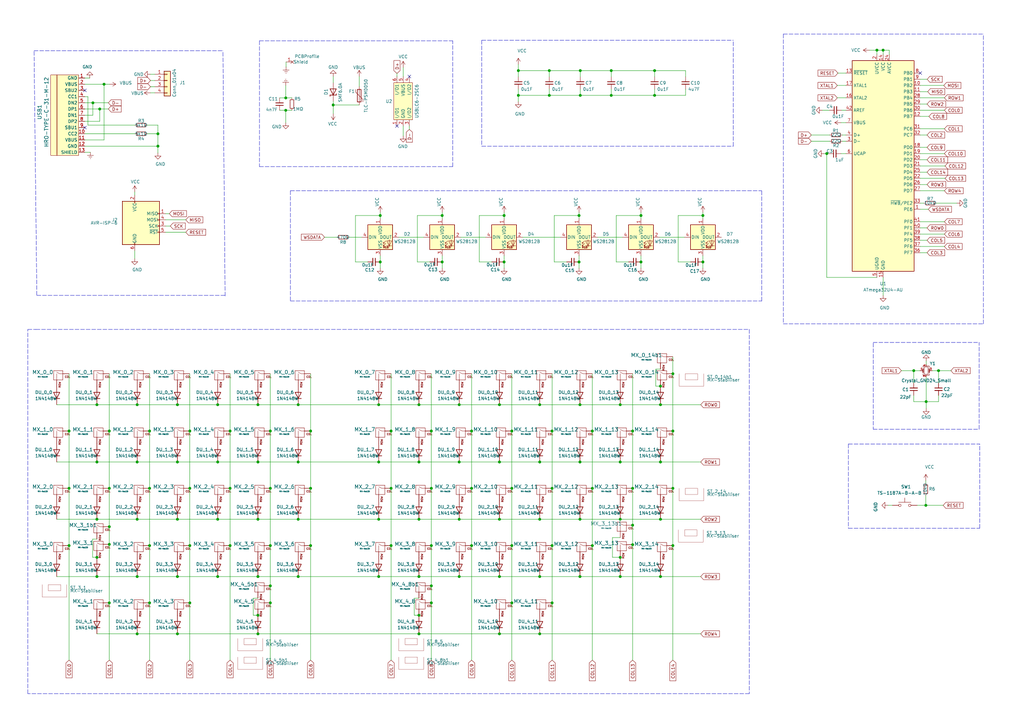
<source format=kicad_sch>
(kicad_sch (version 20230121) (generator eeschema)
  (paper "A3")
  (title_block (rev "1") (comment 1 "Design for JLCPCB 1-2 Layer Service"))
  (junction (at 28.321 223.774) (diameter 1.016))
  (junction (at 237.49 88.392) (diameter 1.016))
  (junction (at 105.791 212.979) (diameter 1.016))
  (junction (at 110.871 240.284) (diameter 1.016))
  (junction (at 226.441 200.279) (diameter 1.016))
  (junction (at 171.831 189.484) (diameter 1.016))
  (junction (at 226.441 223.774) (diameter 1.016))
  (junction (at 259.461 200.279) (diameter 1.016))
  (junction (at 268.478 39.116) (diameter 1.016))
  (junction (at 209.931 200.279) (diameter 1.016))
  (junction (at 56.261 259.969) (diameter 1.016))
  (junction (at 39.751 165.989) (diameter 1.016))
  (junction (at 237.871 189.484) (diameter 1.016))
  (junction (at 362.204 20.574) (diameter 1.016))
  (junction (at 44.831 223.266) (diameter 1.016))
  (junction (at 237.998 28.956) (diameter 1.016))
  (junction (at 237.49 107.442) (diameter 1.016))
  (junction (at 176.911 223.774) (diameter 1.016))
  (junction (at 206.756 107.442) (diameter 1.016))
  (junction (at 122.301 165.989) (diameter 1.016))
  (junction (at 38.1 42.164) (diameter 1.016))
  (junction (at 262.89 88.392) (diameter 1.016))
  (junction (at 105.791 165.989) (diameter 1.016))
  (junction (at 254.381 189.484) (diameter 1.016))
  (junction (at 237.998 39.116) (diameter 1.016))
  (junction (at 226.441 247.269) (diameter 1.016))
  (junction (at 275.971 153.289) (diameter 1.016))
  (junction (at 270.891 165.989) (diameter 1.016))
  (junction (at 61.341 176.784) (diameter 1.016))
  (junction (at 171.831 236.474) (diameter 1.016))
  (junction (at 39.751 236.474) (diameter 1.016))
  (junction (at 204.851 189.484) (diameter 1.016))
  (junction (at 262.89 107.442) (diameter 1.016))
  (junction (at 155.321 212.979) (diameter 1.016))
  (junction (at 155.956 107.442) (diameter 1.016))
  (junction (at 288.29 88.392) (diameter 1.016))
  (junction (at 204.851 212.979) (diameter 1.016))
  (junction (at 127.381 223.774) (diameter 1.016))
  (junction (at 270.891 212.979) (diameter 1.016))
  (junction (at 193.421 200.279) (diameter 1.016))
  (junction (at 64.77 59.944) (diameter 1.016))
  (junction (at 44.831 200.279) (diameter 1.016))
  (junction (at 171.831 212.979) (diameter 1.016))
  (junction (at 105.791 236.474) (diameter 1.016))
  (junction (at 254.381 212.979) (diameter 1.016))
  (junction (at 72.771 189.484) (diameter 1.016))
  (junction (at 374.777 152.019) (diameter 1.016))
  (junction (at 181.356 88.392) (diameter 1.016))
  (junction (at 254.381 236.474) (diameter 1.016))
  (junction (at 250.698 39.116) (diameter 1.016))
  (junction (at 212.598 28.956) (diameter 1.016))
  (junction (at 155.956 88.392) (diameter 1.016))
  (junction (at 56.261 212.979) (diameter 1.016))
  (junction (at 193.421 223.774) (diameter 1.016))
  (junction (at 225.298 28.956) (diameter 1.016))
  (junction (at 171.831 165.989) (diameter 1.016))
  (junction (at 275.971 223.774) (diameter 1.016))
  (junction (at 242.951 176.784) (diameter 1.016))
  (junction (at 237.871 165.989) (diameter 1.016))
  (junction (at 254.381 165.989) (diameter 1.016))
  (junction (at 237.871 236.474) (diameter 1.016))
  (junction (at 160.401 200.279) (diameter 1.016))
  (junction (at 105.791 189.484) (diameter 1.016))
  (junction (at 237.871 212.979) (diameter 1.016))
  (junction (at 270.891 189.484) (diameter 1.016))
  (junction (at 339.09 62.992) (diameter 1.016))
  (junction (at 72.771 236.474) (diameter 1.016))
  (junction (at 122.301 236.474) (diameter 1.016))
  (junction (at 56.261 165.989) (diameter 1.016))
  (junction (at 212.598 39.116) (diameter 1.016))
  (junction (at 155.321 189.484) (diameter 1.016))
  (junction (at 270.891 158.369) (diameter 1.016))
  (junction (at 384.937 152.019) (diameter 1.016))
  (junction (at 122.301 189.484) (diameter 1.016))
  (junction (at 204.851 165.989) (diameter 1.016))
  (junction (at 209.931 223.774) (diameter 1.016))
  (junction (at 110.871 176.784) (diameter 1.016))
  (junction (at 259.461 176.784) (diameter 1.016))
  (junction (at 226.441 176.784) (diameter 1.016))
  (junction (at 270.891 236.474) (diameter 1.016))
  (junction (at 56.261 189.484) (diameter 1.016))
  (junction (at 110.871 223.774) (diameter 1.016))
  (junction (at 221.361 259.969) (diameter 1.016))
  (junction (at 94.361 176.784) (diameter 1.016))
  (junction (at 136.652 43.053) (diameter 1.016))
  (junction (at 221.361 189.484) (diameter 1.016))
  (junction (at 188.341 236.474) (diameter 1.016))
  (junction (at 275.971 176.784) (diameter 1.016))
  (junction (at 259.461 223.393) (diameter 1.016))
  (junction (at 188.341 165.989) (diameter 1.016))
  (junction (at 221.361 165.989) (diameter 1.016))
  (junction (at 117.1956 45.2374) (diameter 1.016))
  (junction (at 155.321 236.474) (diameter 1.016))
  (junction (at 28.321 200.279) (diameter 1.016))
  (junction (at 56.261 236.474) (diameter 1.016))
  (junction (at 117.1956 40.1574) (diameter 1.016))
  (junction (at 105.791 252.349) (diameter 1.016))
  (junction (at 110.871 200.279) (diameter 1.016))
  (junction (at 89.281 165.989) (diameter 1.016))
  (junction (at 268.478 28.956) (diameter 1.016))
  (junction (at 176.911 176.784) (diameter 1.016))
  (junction (at 155.321 165.989) (diameter 1.016))
  (junction (at 89.281 189.484) (diameter 1.016))
  (junction (at 221.361 212.979) (diameter 1.016))
  (junction (at 188.341 212.979) (diameter 1.016))
  (junction (at 160.401 223.774) (diameter 1.016))
  (junction (at 204.851 259.969) (diameter 1.016))
  (junction (at 209.931 176.784) (diameter 1.016))
  (junction (at 77.851 200.279) (diameter 1.016))
  (junction (at 105.791 259.969) (diameter 1.016))
  (junction (at 275.971 200.279) (diameter 1.016))
  (junction (at 188.341 189.484) (diameter 1.016))
  (junction (at 242.951 200.279) (diameter 1.016))
  (junction (at 72.771 165.989) (diameter 1.016))
  (junction (at 28.321 176.784) (diameter 1.016))
  (junction (at 40.894 44.704) (diameter 1.016))
  (junction (at 176.911 200.279) (diameter 1.016))
  (junction (at 72.771 259.969) (diameter 1.016))
  (junction (at 77.851 223.774) (diameter 1.016))
  (junction (at 39.751 212.979) (diameter 1.016))
  (junction (at 193.421 176.784) (diameter 1.016))
  (junction (at 288.29 107.442) (diameter 1.016))
  (junction (at 94.361 200.279) (diameter 1.016))
  (junction (at 39.751 228.6) (diameter 1.016))
  (junction (at 127.381 200.279) (diameter 1.016))
  (junction (at 94.361 223.774) (diameter 1.016))
  (junction (at 225.298 39.116) (diameter 1.016))
  (junction (at 42.672 34.544) (diameter 1.016))
  (junction (at 44.831 176.784) (diameter 1.016))
  (junction (at 72.771 212.979) (diameter 1.016))
  (junction (at 379.857 164.719) (diameter 1.016))
  (junction (at 39.751 189.484) (diameter 1.016))
  (junction (at 181.356 107.442) (diameter 1.016))
  (junction (at 44.831 247.269) (diameter 1.016))
  (junction (at 44.831 216.027) (diameter 1.016))
  (junction (at 77.851 247.269) (diameter 1.016))
  (junction (at 61.341 247.269) (diameter 1.016))
  (junction (at 61.341 200.279) (diameter 1.016))
  (junction (at 221.361 236.474) (diameter 1.016))
  (junction (at 110.871 247.269) (diameter 1.016))
  (junction (at 127.381 176.784) (diameter 1.016))
  (junction (at 242.951 223.774) (diameter 1.016))
  (junction (at 379.73 207.264) (diameter 1.016))
  (junction (at 209.931 247.269) (diameter 1.016))
  (junction (at 254.381 228.6) (diameter 1.016))
  (junction (at 171.831 259.969) (diameter 1.016))
  (junction (at 89.281 212.979) (diameter 1.016))
  (junction (at 64.77 54.864) (diameter 1.016))
  (junction (at 176.911 240.284) (diameter 1.016))
  (junction (at 206.756 88.392) (diameter 1.016))
  (junction (at 204.851 236.474) (diameter 1.016))
  (junction (at 171.831 252.349) (diameter 1.016))
  (junction (at 176.911 247.269) (diameter 1.016))
  (junction (at 359.664 20.574) (diameter 1.016))
  (junction (at 122.301 212.979) (diameter 1.016))
  (junction (at 77.851 176.784) (diameter 1.016))
  (junction (at 250.698 28.956) (diameter 1.016))
  (junction (at 259.461 215.392) (diameter 1.016))
  (junction (at 160.401 176.784) (diameter 1.016))
  (junction (at 89.281 236.474) (diameter 1.016))
  (junction (at 61.341 223.774) (diameter 1.016))
  (no_connect (at 162.814 51.689))
  (no_connect (at 34.798 37.084))
  (no_connect (at 377.444 29.972))
  (no_connect (at 34.798 52.324))
  (no_connect (at 167.894 31.369))
  (polyline (pts (xy 15.113 121.158) (xy 92.583 121.158)) (stroke (width 0) (type dash)))
  (wire (pts (xy 259.461 153.289) (xy 259.461 176.784)))
  (wire (pts (xy 42.672 34.544) (xy 42.672 57.404)))
  (wire (pts (xy 262.89 88.392) (xy 262.89 89.662)))
  (wire (pts (xy 377.444 73.152) (xy 387.604 73.152)))
  (wire (pts (xy 237.998 28.956) (xy 250.698 28.956)))
  (wire (pts (xy 176.911 247.269) (xy 176.911 270.764)))
  (polyline (pts (xy 401.574 176.022) (xy 401.574 140.462)) (stroke (width 0) (type dash)))
  (wire (pts (xy 204.851 259.969) (xy 221.361 259.969)))
  (wire (pts (xy 38.1 42.164) (xy 38.1 47.244)))
  (wire (pts (xy 242.951 200.279) (xy 242.951 223.774)))
  (wire (pts (xy 56.261 189.484) (xy 72.771 189.484)))
  (wire (pts (xy 181.356 107.442) (xy 181.356 109.982)))
  (wire (pts (xy 254.381 189.484) (xy 270.891 189.484)))
  (wire (pts (xy 67.945 87.63) (xy 69.469 87.63)))
  (wire (pts (xy 61.341 247.269) (xy 61.341 270.764)))
  (wire (pts (xy 117.1956 50.3174) (xy 117.1956 45.2374)))
  (wire (pts (xy 171.196 107.442) (xy 171.196 88.392)))
  (wire (pts (xy 127.381 176.784) (xy 127.381 200.279)))
  (polyline (pts (xy 13.97 21.082) (xy 15.113 121.158)) (stroke (width 0) (type dash)))
  (wire (pts (xy 188.976 97.282) (xy 199.136 97.282)))
  (wire (pts (xy 28.321 200.279) (xy 28.321 223.774)))
  (wire (pts (xy 171.831 259.969) (xy 204.851 259.969)))
  (wire (pts (xy 64.77 51.308) (xy 64.77 54.864)))
  (wire (pts (xy 377.444 75.692) (xy 380.238 75.692)))
  (wire (pts (xy 209.931 176.784) (xy 209.931 200.279)))
  (wire (pts (xy 237.49 104.902) (xy 237.49 107.442)))
  (wire (pts (xy 34.798 59.944) (xy 64.77 59.944)))
  (wire (pts (xy 359.664 20.574) (xy 362.204 20.574)))
  (wire (pts (xy 89.281 189.484) (xy 105.791 189.484)))
  (wire (pts (xy 252.73 107.442) (xy 252.73 88.392)))
  (wire (pts (xy 226.441 247.269) (xy 226.441 270.764)))
  (wire (pts (xy 110.871 153.289) (xy 110.871 176.784)))
  (wire (pts (xy 34.798 62.484) (xy 37.084 62.484)))
  (wire (pts (xy 155.956 88.392) (xy 155.956 89.662)))
  (wire (pts (xy 39.751 228.346) (xy 39.751 228.6)))
  (wire (pts (xy 225.298 39.116) (xy 237.998 39.116)))
  (wire (pts (xy 377.444 70.612) (xy 380.238 70.612)))
  (wire (pts (xy 155.321 189.484) (xy 171.831 189.484)))
  (wire (pts (xy 377.444 35.052) (xy 387.096 35.052)))
  (wire (pts (xy 143.256 97.282) (xy 148.336 97.282)))
  (wire (pts (xy 270.891 165.989) (xy 287.401 165.989)))
  (wire (pts (xy 339.09 62.992) (xy 339.09 113.792)))
  (wire (pts (xy 226.441 153.289) (xy 226.441 176.784)))
  (wire (pts (xy 237.49 107.442) (xy 237.49 109.982)))
  (wire (pts (xy 94.361 176.784) (xy 94.361 200.279)))
  (wire (pts (xy 237.871 165.989) (xy 254.381 165.989)))
  (wire (pts (xy 237.871 189.484) (xy 254.381 189.484)))
  (wire (pts (xy 196.596 107.442) (xy 196.596 88.392)))
  (wire (pts (xy 237.998 28.956) (xy 237.998 31.496)))
  (wire (pts (xy 89.281 236.474) (xy 105.791 236.474)))
  (wire (pts (xy 181.356 88.392) (xy 181.356 89.662)))
  (wire (pts (xy 105.791 245.364) (xy 103.886 245.364)))
  (wire (pts (xy 145.796 107.442) (xy 145.796 88.392)))
  (wire (pts (xy 127.381 153.289) (xy 127.381 176.784)))
  (wire (pts (xy 281.178 28.956) (xy 281.178 31.496)))
  (wire (pts (xy 94.361 223.774) (xy 94.361 270.764)))
  (wire (pts (xy 270.891 151.384) (xy 268.986 151.384)))
  (wire (pts (xy 257.81 107.442) (xy 252.73 107.442)))
  (wire (pts (xy 181.356 104.902) (xy 181.356 107.442)))
  (polyline (pts (xy 321.31 13.97) (xy 321.31 132.842)) (stroke (width 0) (type dash)))
  (wire (pts (xy 61.341 176.784) (xy 61.341 200.279)))
  (wire (pts (xy 379.857 164.719) (xy 384.937 164.719)))
  (wire (pts (xy 38.1 47.244) (xy 34.798 47.244)))
  (wire (pts (xy 206.756 87.122) (xy 206.756 88.392)))
  (wire (pts (xy 379.73 197.104) (xy 379.73 198.12)))
  (wire (pts (xy 254.381 236.474) (xy 270.891 236.474)))
  (wire (pts (xy 221.361 259.969) (xy 287.401 259.969)))
  (polyline (pts (xy 358.14 140.462) (xy 401.574 140.462)) (stroke (width 0) (type dash)))
  (wire (pts (xy 377.444 52.832) (xy 387.35 52.832)))
  (wire (pts (xy 44.831 176.784) (xy 44.831 200.279)))
  (wire (pts (xy 188.341 165.989) (xy 204.851 165.989)))
  (wire (pts (xy 39.751 212.979) (xy 56.261 212.979)))
  (wire (pts (xy 226.441 223.774) (xy 226.441 247.269)))
  (wire (pts (xy 40.894 44.704) (xy 40.894 49.784)))
  (wire (pts (xy 61.722 30.48) (xy 63.5 30.48)))
  (wire (pts (xy 72.771 189.484) (xy 89.281 189.484)))
  (wire (pts (xy 94.361 200.279) (xy 94.361 223.774)))
  (wire (pts (xy 114.6556 45.2374) (xy 117.1956 45.2374)))
  (wire (pts (xy 61.341 153.289) (xy 61.341 176.784)))
  (wire (pts (xy 221.361 189.484) (xy 237.871 189.484)))
  (wire (pts (xy 251.206 220.472) (xy 251.206 228.6)))
  (wire (pts (xy 242.951 176.784) (xy 242.951 200.279)))
  (wire (pts (xy 133.096 97.282) (xy 138.176 97.282)))
  (wire (pts (xy 339.09 113.792) (xy 359.664 113.792)))
  (wire (pts (xy 105.791 165.989) (xy 122.301 165.989)))
  (wire (pts (xy 237.49 87.122) (xy 237.49 88.392)))
  (wire (pts (xy 147.32 31.369) (xy 147.32 35.433)))
  (wire (pts (xy 40.894 49.784) (xy 34.798 49.784)))
  (polyline (pts (xy 13.97 20.828) (xy 91.44 20.828)) (stroke (width 0) (type dash)))
  (wire (pts (xy 94.361 153.289) (xy 94.361 176.784)))
  (wire (pts (xy 155.321 212.979) (xy 171.831 212.979)))
  (wire (pts (xy 176.911 176.784) (xy 176.911 200.279)))
  (wire (pts (xy 212.598 41.656) (xy 212.598 39.116)))
  (wire (pts (xy 110.871 247.269) (xy 110.871 270.764)))
  (wire (pts (xy 251.206 228.6) (xy 254.381 228.6)))
  (polyline (pts (xy 11.43 135.128) (xy 14.732 135.128)) (stroke (width 0) (type dash)))
  (polyline (pts (xy 347.98 182.118) (xy 347.98 216.662)) (stroke (width 0) (type dash)))
  (wire (pts (xy 384.937 152.019) (xy 390.017 152.019)))
  (wire (pts (xy 171.831 165.989) (xy 188.341 165.989)))
  (wire (pts (xy 250.698 28.956) (xy 268.478 28.956)))
  (wire (pts (xy 377.444 93.472) (xy 380.238 93.472)))
  (polyline (pts (xy 14.732 135.128) (xy 307.34 135.128)) (stroke (width 0) (type dash)))
  (polyline (pts (xy 401.828 216.662) (xy 401.828 182.118)) (stroke (width 0) (type dash)))
  (wire (pts (xy 379.857 154.559) (xy 379.857 164.719)))
  (wire (pts (xy 176.911 200.279) (xy 176.911 223.774)))
  (wire (pts (xy 42.672 34.544) (xy 44.958 34.544)))
  (wire (pts (xy 160.401 176.784) (xy 160.401 200.279)))
  (wire (pts (xy 288.29 104.902) (xy 288.29 107.442)))
  (wire (pts (xy 171.831 212.979) (xy 188.341 212.979)))
  (wire (pts (xy 61.341 200.279) (xy 61.341 223.774)))
  (wire (pts (xy 55.245 78.74) (xy 55.245 80.01)))
  (wire (pts (xy 343.662 29.972) (xy 346.964 29.972)))
  (wire (pts (xy 28.321 223.774) (xy 28.321 270.764)))
  (wire (pts (xy 270.51 97.282) (xy 280.67 97.282)))
  (wire (pts (xy 339.09 62.992) (xy 338.074 62.992)))
  (wire (pts (xy 339.852 62.992) (xy 339.09 62.992)))
  (wire (pts (xy 110.871 200.279) (xy 110.871 223.774)))
  (wire (pts (xy 379.857 148.082) (xy 379.857 149.479)))
  (wire (pts (xy 77.851 176.784) (xy 77.851 200.279)))
  (wire (pts (xy 225.298 36.576) (xy 225.298 39.116)))
  (wire (pts (xy 270.891 212.979) (xy 287.401 212.979)))
  (wire (pts (xy 212.598 26.416) (xy 212.598 28.956)))
  (wire (pts (xy 364.236 207.264) (xy 366.014 207.264)))
  (wire (pts (xy 377.444 90.932) (xy 387.35 90.932)))
  (polyline (pts (xy 106.426 16.764) (xy 106.426 68.326)) (stroke (width 0) (type dash)))
  (wire (pts (xy 275.971 153.289) (xy 275.971 176.784)))
  (wire (pts (xy 379.73 207.264) (xy 386.842 207.264)))
  (wire (pts (xy 176.276 107.442) (xy 171.196 107.442)))
  (wire (pts (xy 193.421 176.784) (xy 193.421 200.279)))
  (wire (pts (xy 206.756 104.902) (xy 206.756 107.442)))
  (wire (pts (xy 61.722 35.56) (xy 63.5 35.56)))
  (wire (pts (xy 345.44 55.372) (xy 346.964 55.372)))
  (wire (pts (xy 155.321 236.474) (xy 171.831 236.474)))
  (wire (pts (xy 221.361 165.989) (xy 237.871 165.989)))
  (wire (pts (xy 275.971 223.774) (xy 275.971 270.764)))
  (wire (pts (xy 127.381 223.774) (xy 127.381 270.764)))
  (wire (pts (xy 67.945 90.17) (xy 76.2 90.17)))
  (wire (pts (xy 145.796 88.392) (xy 155.956 88.392)))
  (wire (pts (xy 209.931 200.279) (xy 209.931 223.774)))
  (wire (pts (xy 34.798 39.624) (xy 36.068 39.624)))
  (wire (pts (xy 171.831 189.484) (xy 188.341 189.484)))
  (wire (pts (xy 212.598 28.956) (xy 212.598 31.496)))
  (wire (pts (xy 171.831 245.364) (xy 169.926 245.364)))
  (wire (pts (xy 171.831 236.474) (xy 188.341 236.474)))
  (wire (pts (xy 105.791 189.484) (xy 122.301 189.484)))
  (wire (pts (xy 212.598 28.956) (xy 225.298 28.956)))
  (wire (pts (xy 44.831 223.266) (xy 44.831 247.269)))
  (wire (pts (xy 193.421 223.774) (xy 193.421 270.764)))
  (wire (pts (xy 377.444 103.632) (xy 380.238 103.632)))
  (wire (pts (xy 64.77 59.944) (xy 64.77 62.738)))
  (wire (pts (xy 281.178 36.576) (xy 281.178 39.116)))
  (polyline (pts (xy 197.612 59.944) (xy 300.736 59.944)) (stroke (width 0) (type dash)))
  (wire (pts (xy 61.722 38.1) (xy 63.5 38.1)))
  (wire (pts (xy 262.89 104.902) (xy 262.89 107.442)))
  (wire (pts (xy 356.616 20.574) (xy 359.664 20.574)))
  (wire (pts (xy 278.13 88.392) (xy 288.29 88.392)))
  (polyline (pts (xy 358.14 140.716) (xy 358.14 176.022)) (stroke (width 0) (type dash)))
  (wire (pts (xy 72.771 165.989) (xy 89.281 165.989)))
  (wire (pts (xy 77.851 223.774) (xy 77.851 247.269)))
  (wire (pts (xy 44.831 247.269) (xy 44.831 270.764)))
  (wire (pts (xy 196.596 88.392) (xy 206.756 88.392)))
  (wire (pts (xy 332.74 57.912) (xy 340.36 57.912)))
  (wire (pts (xy 44.831 153.289) (xy 44.831 176.784)))
  (wire (pts (xy 176.911 240.284) (xy 176.911 247.269)))
  (wire (pts (xy 39.751 228.6) (xy 39.751 228.854)))
  (wire (pts (xy 105.791 259.969) (xy 171.831 259.969)))
  (wire (pts (xy 212.598 39.116) (xy 225.298 39.116)))
  (wire (pts (xy 188.341 189.484) (xy 204.851 189.484)))
  (wire (pts (xy 283.21 107.442) (xy 278.13 107.442)))
  (wire (pts (xy 60.452 51.308) (xy 64.77 51.308)))
  (wire (pts (xy 23.241 212.979) (xy 39.751 212.979)))
  (wire (pts (xy 176.911 223.774) (xy 176.911 240.284)))
  (wire (pts (xy 36.068 39.624) (xy 36.068 51.308)))
  (wire (pts (xy 374.777 152.019) (xy 374.777 157.099)))
  (wire (pts (xy 56.261 259.969) (xy 72.771 259.969)))
  (wire (pts (xy 374.777 152.019) (xy 377.317 152.019)))
  (wire (pts (xy 39.751 165.989) (xy 56.261 165.989)))
  (wire (pts (xy 242.951 223.774) (xy 242.951 270.764)))
  (wire (pts (xy 136.652 43.053) (xy 147.32 43.053)))
  (wire (pts (xy 337.312 45.212) (xy 340.106 45.212)))
  (polyline (pts (xy 11.43 284.48) (xy 11.43 135.128)) (stroke (width 0) (type dash)))
  (wire (pts (xy 275.971 146.304) (xy 275.971 153.289)))
  (wire (pts (xy 37.973 221.107) (xy 37.973 228.6)))
  (wire (pts (xy 56.261 165.989) (xy 72.771 165.989)))
  (wire (pts (xy 377.444 40.132) (xy 387.35 40.132)))
  (wire (pts (xy 268.478 28.956) (xy 268.478 31.496)))
  (wire (pts (xy 204.851 165.989) (xy 221.361 165.989)))
  (wire (pts (xy 374.777 162.179) (xy 374.777 164.719)))
  (wire (pts (xy 117.1956 40.1574) (xy 119.7356 40.1574)))
  (wire (pts (xy 259.461 223.393) (xy 259.461 270.764)))
  (wire (pts (xy 345.186 45.212) (xy 346.964 45.212)))
  (wire (pts (xy 103.886 252.349) (xy 105.791 252.349)))
  (wire (pts (xy 34.798 32.004) (xy 36.83 32.004)))
  (wire (pts (xy 237.998 39.116) (xy 250.698 39.116)))
  (wire (pts (xy 122.301 212.979) (xy 155.321 212.979)))
  (wire (pts (xy 377.444 98.552) (xy 380.238 98.552)))
  (wire (pts (xy 204.851 236.474) (xy 221.361 236.474)))
  (wire (pts (xy 384.937 164.719) (xy 384.937 162.179)))
  (wire (pts (xy 34.798 34.544) (xy 42.672 34.544)))
  (wire (pts (xy 262.89 87.122) (xy 262.89 88.392)))
  (wire (pts (xy 268.986 151.384) (xy 268.986 158.369)))
  (wire (pts (xy 150.876 107.442) (xy 145.796 107.442)))
  (wire (pts (xy 160.401 223.774) (xy 160.401 270.764)))
  (wire (pts (xy 39.751 189.484) (xy 56.261 189.484)))
  (polyline (pts (xy 106.426 68.326) (xy 185.674 68.326)) (stroke (width 0) (type dash)))
  (wire (pts (xy 377.444 60.452) (xy 380.238 60.452)))
  (wire (pts (xy 40.894 44.704) (xy 44.45 44.704)))
  (wire (pts (xy 122.301 189.484) (xy 155.321 189.484)))
  (wire (pts (xy 136.652 31.369) (xy 136.652 33.909)))
  (wire (pts (xy 56.261 236.474) (xy 72.771 236.474)))
  (wire (pts (xy 204.851 212.979) (xy 221.361 212.979)))
  (wire (pts (xy 221.361 236.474) (xy 237.871 236.474)))
  (wire (pts (xy 160.401 153.289) (xy 160.401 176.784)))
  (wire (pts (xy 245.11 97.282) (xy 255.27 97.282)))
  (wire (pts (xy 60.452 54.864) (xy 64.77 54.864)))
  (polyline (pts (xy 307.34 135.128) (xy 307.34 284.48)) (stroke (width 0) (type dash)))
  (wire (pts (xy 259.461 200.279) (xy 259.461 215.392)))
  (wire (pts (xy 377.444 96.012) (xy 387.35 96.012)))
  (polyline (pts (xy 197.612 16.51) (xy 197.612 59.944)) (stroke (width 0) (type dash)))
  (wire (pts (xy 254.381 212.979) (xy 270.891 212.979)))
  (wire (pts (xy 379.857 164.719) (xy 379.857 167.513)))
  (wire (pts (xy 343.408 35.052) (xy 346.964 35.052)))
  (wire (pts (xy 384.048 83.312) (xy 392.43 83.312)))
  (wire (pts (xy 226.441 200.279) (xy 226.441 223.774)))
  (wire (pts (xy 362.204 20.574) (xy 364.744 20.574)))
  (wire (pts (xy 160.401 200.279) (xy 160.401 223.774)))
  (polyline (pts (xy 403.352 132.842) (xy 403.352 13.97)) (stroke (width 0) (type dash)))
  (wire (pts (xy 278.13 107.442) (xy 278.13 88.392)))
  (wire (pts (xy 38.1 42.164) (xy 44.45 42.164)))
  (wire (pts (xy 89.281 212.979) (xy 105.791 212.979)))
  (wire (pts (xy 155.321 165.989) (xy 171.831 165.989)))
  (wire (pts (xy 377.444 65.532) (xy 380.238 65.532)))
  (wire (pts (xy 376.174 207.264) (xy 379.73 207.264)))
  (wire (pts (xy 34.798 42.164) (xy 38.1 42.164)))
  (wire (pts (xy 61.341 223.774) (xy 61.341 247.269)))
  (polyline (pts (xy 300.736 59.944) (xy 300.736 16.51)) (stroke (width 0) (type dash)))
  (wire (pts (xy 193.421 153.289) (xy 193.421 176.784)))
  (wire (pts (xy 221.361 212.979) (xy 237.871 212.979)))
  (wire (pts (xy 188.341 212.979) (xy 204.851 212.979)))
  (wire (pts (xy 237.998 36.576) (xy 237.998 39.116)))
  (wire (pts (xy 237.871 236.474) (xy 254.381 236.474)))
  (wire (pts (xy 225.298 28.956) (xy 237.998 28.956)))
  (wire (pts (xy 77.851 200.279) (xy 77.851 223.774)))
  (wire (pts (xy 225.298 28.956) (xy 225.298 31.496)))
  (wire (pts (xy 377.444 55.372) (xy 380.238 55.372)))
  (polyline (pts (xy 185.674 68.326) (xy 185.674 16.764)) (stroke (width 0) (type dash)))
  (polyline (pts (xy 119.126 78.232) (xy 312.42 78.232)) (stroke (width 0) (type dash)))
  (wire (pts (xy 227.33 88.392) (xy 237.49 88.392)))
  (wire (pts (xy 105.791 236.474) (xy 122.301 236.474)))
  (wire (pts (xy 344.932 62.992) (xy 346.964 62.992)))
  (wire (pts (xy 204.851 189.484) (xy 221.361 189.484)))
  (wire (pts (xy 254.381 228.473) (xy 254.381 228.6)))
  (wire (pts (xy 343.408 40.132) (xy 346.964 40.132)))
  (wire (pts (xy 39.751 259.969) (xy 56.261 259.969)))
  (wire (pts (xy 362.204 113.792) (xy 362.204 121.158)))
  (wire (pts (xy 155.956 104.902) (xy 155.956 107.442)))
  (wire (pts (xy 56.261 212.979) (xy 72.771 212.979)))
  (wire (pts (xy 155.956 107.442) (xy 155.956 109.982)))
  (wire (pts (xy 254.381 228.6) (xy 254.381 228.854)))
  (wire (pts (xy 362.204 22.352) (xy 362.204 20.574)))
  (wire (pts (xy 268.478 39.116) (xy 281.178 39.116)))
  (wire (pts (xy 384.937 152.019) (xy 384.937 157.099)))
  (wire (pts (xy 344.932 50.292) (xy 346.964 50.292)))
  (wire (pts (xy 377.444 101.092) (xy 387.35 101.092)))
  (wire (pts (xy 37.973 228.6) (xy 39.751 228.6)))
  (wire (pts (xy 28.321 153.289) (xy 28.321 176.784)))
  (wire (pts (xy 55.245 102.87) (xy 55.245 106.045)))
  (wire (pts (xy 110.871 240.284) (xy 110.871 247.269)))
  (wire (pts (xy 206.756 107.442) (xy 206.756 109.982)))
  (wire (pts (xy 72.771 212.979) (xy 89.281 212.979)))
  (wire (pts (xy 377.444 32.512) (xy 380.2888 32.512)))
  (wire (pts (xy 136.652 43.053) (xy 136.652 46.609)))
  (wire (pts (xy 250.698 28.956) (xy 250.698 31.496)))
  (wire (pts (xy 23.241 189.484) (xy 39.751 189.484)))
  (wire (pts (xy 209.931 153.289) (xy 209.931 176.784)))
  (wire (pts (xy 268.478 28.956) (xy 281.178 28.956)))
  (wire (pts (xy 127.381 200.279) (xy 127.381 223.774)))
  (wire (pts (xy 163.576 97.282) (xy 173.736 97.282)))
  (wire (pts (xy 259.461 176.784) (xy 259.461 200.279)))
  (wire (pts (xy 117.1956 40.1574) (xy 117.1956 35.0774)))
  (wire (pts (xy 169.926 252.349) (xy 171.831 252.349)))
  (wire (pts (xy 89.281 165.989) (xy 105.791 165.989)))
  (polyline (pts (xy 321.31 13.97) (xy 403.352 13.97)) (stroke (width 0) (type dash)))
  (wire (pts (xy 377.444 62.992) (xy 387.35 62.992)))
  (wire (pts (xy 72.771 259.969) (xy 105.791 259.969)))
  (wire (pts (xy 364.744 20.574) (xy 364.744 22.352)))
  (wire (pts (xy 34.798 54.864) (xy 55.372 54.864)))
  (wire (pts (xy 377.444 45.212) (xy 387.35 45.212)))
  (wire (pts (xy 28.321 176.784) (xy 28.321 200.279)))
  (polyline (pts (xy 92.329 121.412) (xy 91.44 20.828)) (stroke (width 0) (type dash)))
  (wire (pts (xy 122.301 165.989) (xy 155.321 165.989)))
  (wire (pts (xy 242.951 153.289) (xy 242.951 176.784)))
  (wire (pts (xy 110.871 223.774) (xy 110.871 240.284)))
  (wire (pts (xy 61.722 33.02) (xy 63.5 33.02)))
  (wire (pts (xy 250.698 36.576) (xy 250.698 39.116)) (stroke (width 0.152)))
  (wire (pts (xy 226.441 176.784) (xy 226.441 200.279)))
  (wire (pts (xy 374.777 164.719) (xy 379.857 164.719)))
  (wire (pts (xy 232.41 107.442) (xy 227.33 107.442)))
  (polyline (pts (xy 358.14 176.022) (xy 401.574 176.022)) (stroke (width 0) (type dash)))
  (wire (pts (xy 345.44 57.912) (xy 346.964 57.912)))
  (wire (pts (xy 254.381 165.989) (xy 270.891 165.989)))
  (wire (pts (xy 270.891 189.484) (xy 287.401 189.484)))
  (wire (pts (xy 254.381 220.472) (xy 251.206 220.472)))
  (wire (pts (xy 377.444 42.672) (xy 380.238 42.672)))
  (wire (pts (xy 359.664 20.574) (xy 359.664 22.352)))
  (wire (pts (xy 369.697 152.019) (xy 374.777 152.019)))
  (wire (pts (xy 377.444 47.752) (xy 381 47.752)))
  (wire (pts (xy 67.945 92.71) (xy 69.85 92.71)))
  (wire (pts (xy 167.894 51.689) (xy 167.894 53.086)))
  (wire (pts (xy 227.33 107.442) (xy 227.33 88.392)))
  (wire (pts (xy 117.1956 45.2374) (xy 119.7356 45.2374)))
  (wire (pts (xy 214.376 97.282) (xy 229.87 97.282)))
  (wire (pts (xy 34.798 44.704) (xy 40.894 44.704)))
  (wire (pts (xy 379.73 207.264) (xy 379.73 203.2)))
  (wire (pts (xy 268.478 36.576) (xy 268.478 39.116)))
  (polyline (pts (xy 106.426 16.764) (xy 185.674 16.764)) (stroke (width 0) (type dash)))
  (wire (pts (xy 44.831 216.027) (xy 44.831 223.266)))
  (wire (pts (xy 377.444 85.852) (xy 380.746 85.852)))
  (wire (pts (xy 377.444 83.312) (xy 378.968 83.312)))
  (wire (pts (xy 155.956 87.122) (xy 155.956 88.392)))
  (wire (pts (xy 34.798 57.404) (xy 42.672 57.404)))
  (polyline (pts (xy 347.98 182.118) (xy 401.828 182.118)) (stroke (width 0) (type dash)))
  (wire (pts (xy 259.461 215.392) (xy 259.461 223.393)))
  (wire (pts (xy 382.397 152.019) (xy 384.937 152.019)))
  (wire (pts (xy 36.068 51.308) (xy 55.372 51.308)))
  (wire (pts (xy 288.29 88.392) (xy 288.29 89.662)))
  (wire (pts (xy 212.598 36.576) (xy 212.598 39.116)))
  (wire (pts (xy 64.77 54.864) (xy 64.77 59.944)))
  (polyline (pts (xy 119.126 123.444) (xy 312.42 123.444)) (stroke (width 0) (type dash)))
  (wire (pts (xy 72.771 236.474) (xy 89.281 236.474)))
  (wire (pts (xy 23.241 236.474) (xy 39.751 236.474)))
  (wire (pts (xy 105.791 212.979) (xy 122.301 212.979)))
  (wire (pts (xy 270.891 236.474) (xy 287.401 236.474)))
  (wire (pts (xy 252.73 88.392) (xy 262.89 88.392)))
  (wire (pts (xy 136.652 41.529) (xy 136.652 43.053)))
  (wire (pts (xy 262.89 107.442) (xy 262.89 109.982)))
  (wire (pts (xy 201.676 107.442) (xy 196.596 107.442)))
  (wire (pts (xy 162.814 30.099) (xy 162.814 31.369)))
  (wire (pts (xy 237.871 212.979) (xy 254.381 212.979)))
  (wire (pts (xy 193.421 200.279) (xy 193.421 223.774)))
  (wire (pts (xy 377.444 37.592) (xy 380.492 37.592)))
  (wire (pts (xy 206.756 88.392) (xy 206.756 89.662)))
  (wire (pts (xy 181.356 87.122) (xy 181.356 88.392)))
  (wire (pts (xy 77.851 247.269) (xy 77.851 270.764)))
  (wire (pts (xy 165.354 27.686) (xy 165.354 31.369)))
  (wire (pts (xy 209.931 247.269) (xy 209.931 270.764)))
  (polyline (pts (xy 347.98 216.662) (xy 401.828 216.662)) (stroke (width 0) (type dash)))
  (polyline (pts (xy 119.126 78.232) (xy 119.126 123.444)) (stroke (width 0) (type dash)))
  (polyline (pts (xy 197.612 16.51) (xy 300.736 16.51)) (stroke (width 0) (type dash)))
  (wire (pts (xy 377.444 78.232) (xy 387.35 78.232)))
  (wire (pts (xy 268.986 158.369) (xy 270.891 158.369)))
  (wire (pts (xy 288.29 87.122) (xy 288.29 88.392)))
  (wire (pts (xy 67.945 95.25) (xy 76.2 95.25)))
  (wire (pts (xy 171.196 88.392) (xy 181.356 88.392)))
  (wire (pts (xy 165.354 51.689) (xy 165.354 55.753)))
  (polyline (pts (xy 312.42 123.444) (xy 312.42 78.232)) (stroke (width 0) (type dash)))
  (wire (pts (xy 332.74 55.372) (xy 340.36 55.372)))
  (polyline (pts (xy 307.34 284.48) (xy 11.43 284.48)) (stroke (width 0) (type dash)))
  (wire (pts (xy 39.751 236.474) (xy 56.261 236.474)))
  (wire (pts (xy 122.301 236.474) (xy 155.321 236.474)))
  (wire (pts (xy 288.29 107.442) (xy 288.29 109.982)))
  (wire (pts (xy 275.971 176.784) (xy 275.971 200.279)))
  (wire (pts (xy 23.241 165.989) (xy 39.751 165.989)))
  (wire (pts (xy 237.49 88.392) (xy 237.49 89.662)))
  (wire (pts (xy 114.6556 40.1574) (xy 117.1956 40.1574)))
  (wire (pts (xy 377.444 68.072) (xy 387.604 68.072)))
  (wire (pts (xy 77.851 153.289) (xy 77.851 176.784)))
  (wire (pts (xy 44.831 200.279) (xy 44.831 216.027)))
  (wire (pts (xy 250.698 39.116) (xy 268.478 39.116)))
  (wire (pts (xy 110.871 176.784) (xy 110.871 200.279)))
  (wire (pts (xy 117.3226 25.4254) (xy 117.3226 27.4574)))
  (wire (pts (xy 209.931 223.774) (xy 209.931 247.269)))
  (wire (pts (xy 188.341 236.474) (xy 204.851 236.474)))
  (wire (pts (xy 275.971 200.279) (xy 275.971 223.774)))
  (wire (pts (xy 39.751 221.107) (xy 37.973 221.107)))
  (polyline (pts (xy 321.31 132.842) (xy 403.352 132.842)) (stroke (width 0) (type dash)))
  (wire (pts (xy 169.926 245.364) (xy 169.926 252.349)))
  (wire (pts (xy 176.911 153.289) (xy 176.911 176.784)))
  (wire (pts (xy 103.886 245.364) (xy 103.886 252.349)))
  (global_label "COL5" (shape input) (at 380.238 98.552 0) (property "Intersheetrefs" "${INTERSHEET_REFS}" (effects hide)))
  (global_label "XTAL1" (shape input) (at 369.697 152.019 180) (property "Intersheetrefs" "${INTERSHEET_REFS}" (effects hide)))
  (global_label "COL11" (shape input) (at 380.238 65.532 0) (property "Intersheetrefs" "${INTERSHEET_REFS}" (effects hide)))
  (global_label "COL0" (shape input) (at 28.321 270.764 270) (property "Intersheetrefs" "${INTERSHEET_REFS}" (effects hide)))
  (global_label "COL4" (shape input) (at 387.35 101.092 0) (property "Intersheetrefs" "${INTERSHEET_REFS}" (effects hide)))
  (global_label "COL8" (shape input) (at 381 47.752 0) (property "Intersheetrefs" "${INTERSHEET_REFS}" (effects hide)))
  (global_label "COL12" (shape input) (at 387.604 68.072 0) (property "Intersheetrefs" "${INTERSHEET_REFS}" (effects hide)))
  (global_label "COL10" (shape input) (at 209.931 270.764 270) (property "Intersheetrefs" "${INTERSHEET_REFS}" (effects hide)))
  (global_label "COL7" (shape input) (at 387.35 90.932 0) (property "Intersheetrefs" "${INTERSHEET_REFS}" (effects hide)))
  (global_label "SCK" (shape input) (at 380.2888 32.512 0) (property "Intersheetrefs" "${INTERSHEET_REFS}" (effects hide)))
  (global_label "D+" (shape input) (at 61.722 33.02 180) (property "Intersheetrefs" "${INTERSHEET_REFS}" (effects hide)))
  (global_label "COL14" (shape input) (at 380.238 70.612 0) (property "Intersheetrefs" "${INTERSHEET_REFS}" (effects hide)))
  (global_label "COL13" (shape input) (at 387.604 73.152 0) (property "Intersheetrefs" "${INTERSHEET_REFS}" (effects hide)))
  (global_label "ROW4" (shape input) (at 287.401 259.969 0) (property "Intersheetrefs" "${INTERSHEET_REFS}" (effects hide)))
  (global_label "COL7" (shape input) (at 160.401 270.764 270) (property "Intersheetrefs" "${INTERSHEET_REFS}" (effects hide)))
  (global_label "ROW0" (shape input) (at 287.401 165.989 0) (property "Intersheetrefs" "${INTERSHEET_REFS}" (effects hide)))
  (global_label "COL11" (shape input) (at 226.441 270.764 270) (property "Intersheetrefs" "${INTERSHEET_REFS}" (effects hide)))
  (global_label "COL6" (shape input) (at 387.35 96.012 0) (property "Intersheetrefs" "${INTERSHEET_REFS}" (effects hide)))
  (global_label "COL9" (shape input) (at 193.421 270.764 270) (property "Intersheetrefs" "${INTERSHEET_REFS}" (effects hide)))
  (global_label "COL1" (shape input) (at 44.831 270.764 270) (property "Intersheetrefs" "${INTERSHEET_REFS}" (effects hide)))
  (global_label "RESET" (shape input) (at 386.842 207.264 0) (property "Intersheetrefs" "${INTERSHEET_REFS}" (effects hide)))
  (global_label "D-" (shape input) (at 44.45 42.164 0) (property "Intersheetrefs" "${INTERSHEET_REFS}" (effects hide)))
  (global_label "COL6" (shape input) (at 127.381 270.764 270) (property "Intersheetrefs" "${INTERSHEET_REFS}" (effects hide)))
  (global_label "XTAL2" (shape input) (at 343.408 40.132 180) (property "Intersheetrefs" "${INTERSHEET_REFS}" (effects hide)))
  (global_label "COL1" (shape input) (at 387.35 52.832 0) (property "Intersheetrefs" "${INTERSHEET_REFS}" (effects hide)))
  (global_label "COL5" (shape input) (at 110.871 270.764 270) (property "Intersheetrefs" "${INTERSHEET_REFS}" (effects hide)))
  (global_label "ROW3" (shape input) (at 380.238 75.692 0) (property "Intersheetrefs" "${INTERSHEET_REFS}" (effects hide)))
  (global_label "ROW2" (shape input) (at 287.401 212.979 0) (property "Intersheetrefs" "${INTERSHEET_REFS}" (effects hide)))
  (global_label "MISO" (shape input) (at 380.492 37.592 0) (property "Intersheetrefs" "${INTERSHEET_REFS}" (effects hide)))
  (global_label "D-" (shape input) (at 332.74 57.912 180) (property "Intersheetrefs" "${INTERSHEET_REFS}" (effects hide)))
  (global_label "COL2" (shape input) (at 380.238 55.372 0) (property "Intersheetrefs" "${INTERSHEET_REFS}" (effects hide)))
  (global_label "MOSI" (shape input) (at 387.096 35.052 0) (property "Intersheetrefs" "${INTERSHEET_REFS}" (effects hide)))
  (global_label "WSDATA" (shape input) (at 380.746 85.852 0) (property "Intersheetrefs" "${INTERSHEET_REFS}" (effects hide)))
  (global_label "COL4" (shape input) (at 94.361 270.764 270) (property "Intersheetrefs" "${INTERSHEET_REFS}" (effects hide)))
  (global_label "ROW1" (shape input) (at 287.401 189.484 0) (property "Intersheetrefs" "${INTERSHEET_REFS}" (effects hide)))
  (global_label "COL2" (shape input) (at 61.341 270.764 270) (property "Intersheetrefs" "${INTERSHEET_REFS}" (effects hide)))
  (global_label "ROW1" (shape input) (at 387.35 40.132 0) (property "Intersheetrefs" "${INTERSHEET_REFS}" (effects hide)))
  (global_label "COL3" (shape input) (at 77.851 270.764 270) (property "Intersheetrefs" "${INTERSHEET_REFS}" (effects hide)))
  (global_label "D+" (shape input) (at 44.45 44.704 0) (property "Intersheetrefs" "${INTERSHEET_REFS}" (effects hide)))
  (global_label "COL13" (shape input) (at 259.461 270.764 270) (property "Intersheetrefs" "${INTERSHEET_REFS}" (effects hide)))
  (global_label "SCK" (shape input) (at 69.85 92.71 0) (property "Intersheetrefs" "${INTERSHEET_REFS}" (effects hide)))
  (global_label "ROW0" (shape input) (at 380.238 93.472 0) (property "Intersheetrefs" "${INTERSHEET_REFS}" (effects hide)))
  (global_label "D-" (shape input) (at 61.722 35.56 180) (property "Intersheetrefs" "${INTERSHEET_REFS}" (effects hide)))
  (global_label "COL10" (shape input) (at 387.35 62.992 0) (property "Intersheetrefs" "${INTERSHEET_REFS}" (effects hide)))
  (global_label "ROW4" (shape input) (at 387.35 78.232 0) (property "Intersheetrefs" "${INTERSHEET_REFS}" (effects hide)))
  (global_label "XTAL2" (shape input) (at 390.017 152.019 0) (property "Intersheetrefs" "${INTERSHEET_REFS}" (effects hide)))
  (global_label "COL0" (shape input) (at 387.35 45.212 0) (property "Intersheetrefs" "${INTERSHEET_REFS}" (effects hide)))
  (global_label "RESET" (shape input) (at 76.2 95.25 0) (property "Intersheetrefs" "${INTERSHEET_REFS}" (effects hide)))
  (global_label "MISO" (shape input) (at 76.2 90.17 0) (property "Intersheetrefs" "${INTERSHEET_REFS}" (effects hide)))
  (global_label "COL9" (shape input) (at 380.238 60.452 0) (property "Intersheetrefs" "${INTERSHEET_REFS}" (effects hide)))
  (global_label "COL12" (shape input) (at 242.951 270.764 270) (property "Intersheetrefs" "${INTERSHEET_REFS}" (effects hide)))
  (global_label "COL8" (shape input) (at 176.911 270.764 270) (property "Intersheetrefs" "${INTERSHEET_REFS}" (effects hide)))
  (global_label "COL14" (shape input) (at 275.971 270.764 270) (property "Intersheetrefs" "${INTERSHEET_REFS}" (effects hide)))
  (global_label "XTAL1" (shape input) (at 343.408 35.052 180) (property "Intersheetrefs" "${INTERSHEET_REFS}" (effects hide)))
  (global_label "ROW3" (shape input) (at 287.401 236.474 0) (property "Intersheetrefs" "${INTERSHEET_REFS}" (effects hide)))
  (global_label "D+" (shape input) (at 162.814 30.099 90) (property "Intersheetrefs" "${INTERSHEET_REFS}" (effects hide)))
  (global_label "COL3" (shape input) (at 380.238 103.632 0) (property "Intersheetrefs" "${INTERSHEET_REFS}" (effects hide)))
  (global_label "WSDATA" (shape input) (at 133.096 97.282 180) (property "Intersheetrefs" "${INTERSHEET_REFS}" (effects hide)))
  (global_label "RESET" (shape input) (at 343.662 29.972 180) (property "Intersheetrefs" "${INTERSHEET_REFS}" (effects hide)))
  (global_label "D-" (shape input) (at 167.894 53.086 270) (property "Intersheetrefs" "${INTERSHEET_REFS}" (effects hide)))
  (global_label "MOSI" (shape input) (at 69.469 87.63 0) (property "Intersheetrefs" "${INTERSHEET_REFS}" (effects hide)))
  (global_label "D+" (shape input) (at 332.74 55.372 180) (property "Intersheetrefs" "${INTERSHEET_REFS}" (effects hide)))
  (global_label "ROW2" (shape input) (at 380.238 42.672 0) (property "Intersheetrefs" "${INTERSHEET_REFS}" (effects hide)))
  (symbol (lib_id "Device:Polyfuse") (at 147.32 39.243 180) (unit 1)
    (property "Reference" "F1" (at 145.542 37.465 0) (effects (justify left)))
    (property "Value" "TLC-PSMD050" (at 150.0632 32.3342 90) (effects (justify left)))
    (property "Footprint" "BMEK:Fuse_0805_2012Metric" (effects hide))
    (property "LCSC" "C261942" (effects hide))
  )
  (symbol (lib_id "BMEK:USBLC6-2SC6") (at 165.354 41.529 90) (unit 1)
    (property "Reference" "U2" (at 159.512 41.529 90))
    (property "Value" "USBLC6-2SC6" (at 170.942 41.529 0))
    (property "Footprint" "BMEK:SOT95P280X145-6N" (effects hide))
    (property "LCSC" "C7519" (effects hide))
  )
  (symbol (lib_id "power:VCC") (at 155.956 87.122 0) (unit 1)
    (property "Reference" "#PWR0132" (effects hide))
    (property "Value" "VCC" (at 154.686 82.804 90))
  )
  (symbol (lib_id "Diode:1N4148W") (at 89.281 232.664 90) (unit 1)
    (property "Reference" "DU_3_4" (at 80.391 231.394 90) (effects (justify right)))
    (property "Value" "1N4148W" (at 80.391 233.934 90) (effects (justify right)))
    (property "Footprint" "Diode_SMD:D_SOD-123" (effects hide))
    (property "Datasheet" "https://www.vishay.com/docs/85748/1n4148w.pdf" (effects hide))
    (property "LCSC" "C81598" (effects hide))
  )
  (symbol (lib_id "BMEK:MX-NoLED") (at 255.651 178.054 0) (unit 1)
    (property "Reference" "MX_1_13" (at 248.666 176.149 0) (effects (font (size 1.524 1.524))))
    (property "Value" "MX-NoLED" (at 248.666 178.054 0) (effects (font (size 0.508 0.508))))
    (property "Footprint" "BMEK:MX-1U-Hotswap" (effects hide))
  )
  (symbol (lib_id "Diode:1N4148W") (at 204.851 209.169 90) (unit 1)
    (property "Reference" "DU_2_10" (at 195.961 207.899 90) (effects (justify right)))
    (property "Value" "1N4148W" (at 195.961 210.439 90) (effects (justify right)))
    (property "Footprint" "Diode_SMD:D_SOD-123" (effects hide))
    (property "Datasheet" "https://www.vishay.com/docs/85748/1n4148w.pdf" (effects hide))
    (property "LCSC" "C81598" (effects hide))
  )
  (symbol (lib_id "BMEK:HRO-TYPE-C-31-M-12") (at 32.258 45.974 0) (unit 1)
    (property "Reference" "USB1" (at 16.256 45.974 90) (effects (font (size 1.524 1.524))))
    (property "Value" "HRO-TYPE-C-31-M-12" (at 19.05 45.974 90) (effects (font (size 1.524 1.524))))
    (property "Footprint" "BMEK:HRO-TYPE-C-31-M-12-HandSoldering" (effects hide))
    (property "LCSC" "C165948" (effects hide))
  )
  (symbol (lib_id "BMEK:MX-NoLED") (at 222.631 225.044 0) (unit 1)
    (property "Reference" "MX_3_11" (at 215.646 223.139 0) (effects (font (size 1.524 1.524))))
    (property "Value" "MX-NoLED" (at 215.646 225.044 0) (effects (font (size 0.508 0.508))))
    (property "Footprint" "BMEK:MX-1U-Hotswap" (effects hide))
  )
  (symbol (lib_id "BMEK:MX-NoLED") (at 189.611 225.044 0) (unit 1)
    (property "Reference" "MX_3_9" (at 182.626 223.139 0) (effects (font (size 1.524 1.524))))
    (property "Value" "MX-NoLED" (at 182.626 225.044 0) (effects (font (size 0.508 0.508))))
    (property "Footprint" "BMEK:MX-1U-Hotswap" (effects hide))
  )
  (symbol (lib_id "BMEK:MX-NoLED") (at 74.041 248.539 0) (unit 1)
    (property "Reference" "MX_4_3" (at 67.056 246.634 0) (effects (font (size 1.524 1.524))))
    (property "Value" "MX-NoLED" (at 67.056 248.539 0) (effects (font (size 0.508 0.508))))
    (property "Footprint" "BMEK:MX-1U-Hotswap" (effects hide))
  )
  (symbol (lib_id "Diode:1N4148W") (at 23.241 162.179 90) (unit 1)
    (property "Reference" "DU_0_0" (at 14.351 160.909 90) (effects (justify right)))
    (property "Value" "1N4148W" (at 14.351 163.449 90) (effects (justify right)))
    (property "Footprint" "Diode_SMD:D_SOD-123" (effects hide))
    (property "Datasheet" "https://www.vishay.com/docs/85748/1n4148w.pdf" (effects hide))
    (property "LCSC" "C81598" (effects hide))
  )
  (symbol (lib_id "power:GND") (at 181.356 109.982 0) (unit 1)
    (property "Reference" "#PWR0127" (effects hide))
    (property "Value" "GND" (at 182.372 114.554 0))
  )
  (symbol (lib_id "power:GND") (at 379.857 148.082 180) (unit 1)
    (property "Reference" "#PWR0134" (effects hide))
    (property "Value" "GND" (at 379.857 144.526 0))
  )
  (symbol (lib_id "Device:R_Small") (at 57.912 54.864 90) (unit 1)
    (property "Reference" "R4" (at 57.912 56.896 90))
    (property "Value" "5k1Ω" (at 57.912 54.864 90))
    (property "Footprint" "Resistor_SMD:R_0603_1608Metric" (effects hide))
    (property "LCSC" "C23186" (effects hide))
  )
  (symbol (lib_id "BMEK:MX-Stabiliser") (at 102.616 272.034 0) (unit 1)
    (property "Reference" "ST_4_5b1" (at 108.966 270.764 0) (effects (justify left)))
    (property "Value" "MX-Stabiliser" (at 108.966 272.034 0) (effects (justify left)))
    (property "Footprint" "BMEK:MX-Stabiliser-2.25U" (effects hide))
  )
  (symbol (lib_id "BMEK:MX-NoLED") (at 24.511 201.549 0) (unit 1)
    (property "Reference" "MX_2_0" (at 17.526 199.644 0) (effects (font (size 1.524 1.524))))
    (property "Value" "MX-NoLED" (at 17.526 201.549 0) (effects (font (size 0.508 0.508))))
    (property "Footprint" "BMEK:MX-1U-Hotswap" (effects hide))
  )
  (symbol (lib_id "Diode:1N4148W") (at 39.751 232.664 90) (unit 1)
    (property "Reference" "DU_3_1" (at 30.861 231.394 90) (effects (justify right)))
    (property "Value" "1N4148W" (at 30.861 233.934 90) (effects (justify right)))
    (property "Footprint" "Diode_SMD:D_SOD-123" (effects hide))
    (property "Datasheet" "https://www.vishay.com/docs/85748/1n4148w.pdf" (effects hide))
    (property "LCSC" "C81598" (effects hide))
  )
  (symbol (lib_id "BMEK:MX-NoLED") (at 173.101 201.549 0) (unit 1)
    (property "Reference" "MX_2_8" (at 166.116 199.644 0) (effects (font (size 1.524 1.524))))
    (property "Value" "MX-NoLED" (at 166.116 201.549 0) (effects (font (size 0.508 0.508))))
    (property "Footprint" "BMEK:MX-1U-Hotswap" (effects hide))
  )
  (symbol (lib_id "BMEK:MX-NoLED") (at 206.121 201.549 0) (unit 1)
    (property "Reference" "MX_2_10" (at 199.136 199.644 0) (effects (font (size 1.524 1.524))))
    (property "Value" "MX-NoLED" (at 199.136 201.549 0) (effects (font (size 0.508 0.508))))
    (property "Footprint" "BMEK:MX-1U-Hotswap" (effects hide))
  )
  (symbol (lib_id "Diode:1N4148W") (at 188.341 162.179 90) (unit 1)
    (property "Reference" "DU_0_9" (at 179.451 160.909 90) (effects (justify right)))
    (property "Value" "1N4148W" (at 179.451 163.449 90) (effects (justify right)))
    (property "Footprint" "Diode_SMD:D_SOD-123" (effects hide))
    (property "Datasheet" "https://www.vishay.com/docs/85748/1n4148w.pdf" (effects hide))
    (property "LCSC" "C81598" (effects hide))
  )
  (symbol (lib_id "Diode:1N4148W") (at 72.771 209.169 90) (unit 1)
    (property "Reference" "DU_2_3" (at 63.881 207.899 90) (effects (justify right)))
    (property "Value" "1N4148W" (at 63.881 210.439 90) (effects (justify right)))
    (property "Footprint" "Diode_SMD:D_SOD-123" (effects hide))
    (property "Datasheet" "https://www.vishay.com/docs/85748/1n4148w.pdf" (effects hide))
    (property "LCSC" "C81598" (effects hide))
  )
  (symbol (lib_id "BMEK:MX-NoLED") (at 123.571 225.044 0) (unit 1)
    (property "Reference" "MX_3_6" (at 116.586 223.139 0) (effects (font (size 1.524 1.524))))
    (property "Value" "MX-NoLED" (at 116.586 225.044 0) (effects (font (size 0.508 0.508))))
    (property "Footprint" "BMEK:MX-1U-Hotswap" (effects hide))
  )
  (symbol (lib_id "Diode:1N4148W") (at 105.791 162.179 90) (unit 1)
    (property "Reference" "DU_0_5" (at 96.901 160.909 90) (effects (justify right)))
    (property "Value" "1N4148W" (at 96.901 163.449 90) (effects (justify right)))
    (property "Footprint" "Diode_SMD:D_SOD-123" (effects hide))
    (property "Datasheet" "https://www.vishay.com/docs/85748/1n4148w.pdf" (effects hide))
    (property "LCSC" "C81598" (effects hide))
  )
  (symbol (lib_id "BMEK:MX-NoLED") (at 189.611 178.054 0) (unit 1)
    (property "Reference" "MX_1_9" (at 182.626 176.149 0) (effects (font (size 1.524 1.524))))
    (property "Value" "MX-NoLED" (at 182.626 178.054 0) (effects (font (size 0.508 0.508))))
    (property "Footprint" "BMEK:MX-1U-Hotswap" (effects hide))
  )
  (symbol (lib_id "BMEK:MX-NoLED") (at 206.121 154.559 0) (unit 1)
    (property "Reference" "MX_0_10" (at 199.136 152.654 0) (effects (font (size 1.524 1.524))))
    (property "Value" "MX-NoLED" (at 199.136 154.559 0) (effects (font (size 0.508 0.508))))
    (property "Footprint" "BMEK:MX-1U-Hotswap" (effects hide))
  )
  (symbol (lib_id "power:VCC") (at 206.756 87.122 0) (unit 1)
    (property "Reference" "#PWR0124" (effects hide))
    (property "Value" "VCC" (at 205.486 82.804 90))
  )
  (symbol (lib_id "Device:C_Small") (at 114.6556 42.6974 180) (unit 1)
    (property "Reference" "C11" (at 114.0206 40.5384 0) (effects (justify left)))
    (property "Value" "4n7F" (at 113.8936 44.9834 0) (effects (justify left)))
    (property "Footprint" "Capacitor_SMD:C_0603_1608Metric" (effects hide))
    (property "LCSC" "C159797" (effects hide))
  )
  (symbol (lib_id "BMEK:MX-NoLED") (at 239.141 178.054 0) (unit 1)
    (property "Reference" "MX_1_12" (at 232.156 176.149 0) (effects (font (size 1.524 1.524))))
    (property "Value" "MX-NoLED" (at 232.156 178.054 0) (effects (font (size 0.508 0.508))))
    (property "Footprint" "BMEK:MX-1U-Hotswap" (effects hide))
  )
  (symbol (lib_id "Diode:1N4148W") (at 105.791 209.169 90) (unit 1)
    (property "Reference" "DU_2_5" (at 96.901 207.899 90) (effects (justify right)))
    (property "Value" "1N4148W" (at 96.901 210.439 90) (effects (justify right)))
    (property "Footprint" "Diode_SMD:D_SOD-123" (effects hide))
    (property "Datasheet" "https://www.vishay.com/docs/85748/1n4148w.pdf" (effects hide))
    (property "LCSC" "C81598" (effects hide))
  )
  (symbol (lib_id "power:Earth") (at 37.084 62.484 0) (unit 1)
    (property "Reference" "#PWR0113" (effects hide))
    (property "Value" "Earth" (effects hide))
  )
  (symbol (lib_id "BMEK:MX-NoLED") (at 222.631 248.539 0) (unit 1)
    (property "Reference" "MX_4_11" (at 215.646 246.634 0) (effects (font (size 1.524 1.524))))
    (property "Value" "MX-NoLED" (at 215.646 248.539 0) (effects (font (size 0.508 0.508))))
    (property "Footprint" "BMEK:MX-1U-Hotswap" (effects hide))
  )
  (symbol (lib_id "power:GND") (at 338.074 62.992 270) (unit 1)
    (property "Reference" "#PWR0106" (effects hide))
    (property "Value" "GND" (at 334.518 62.992 0))
  )
  (symbol (lib_id "BMEK:MX-NoLED") (at 41.021 248.539 0) (unit 1)
    (property "Reference" "MX_4_1" (at 34.036 246.634 0) (effects (font (size 1.524 1.524))))
    (property "Value" "MX-NoLED" (at 34.036 248.539 0) (effects (font (size 0.508 0.508))))
    (property "Footprint" "BMEK:MX-1U-Hotswap" (effects hide))
  )
  (symbol (lib_id "Diode:1N4148W") (at 237.871 162.179 90) (unit 1)
    (property "Reference" "DU_0_12" (at 228.981 160.909 90) (effects (justify right)))
    (property "Value" "1N4148W" (at 228.981 163.449 90) (effects (justify right)))
    (property "Footprint" "Diode_SMD:D_SOD-123" (effects hide))
    (property "Datasheet" "https://www.vishay.com/docs/85748/1n4148w.pdf" (effects hide))
    (property "LCSC" "C81598" (effects hide))
  )
  (symbol (lib_id "Connector:AVR-ISP-6") (at 57.785 92.71 0) (unit 1)
    (property "Reference" "J2" (at 48.26 90.17 0) (effects (justify right)))
    (property "Value" "AVR-ISP-6" (at 48.26 91.44 0) (effects (justify right)))
    (property "Footprint" "Connector_PinHeader_2.54mm:PinHeader_2x03_P2.54mm_Vertical" (effects hide))
    (property "Datasheet" " ~" (effects hide))
  )
  (symbol (lib_id "power:GND") (at 64.77 62.738 0) (unit 1)
    (property "Reference" "#PWR0112" (effects hide))
    (property "Value" "GND" (at 65.786 67.31 0))
  )
  (symbol (lib_id "Diode:1N4148W") (at 237.871 209.169 90) (unit 1)
    (property "Reference" "DU_2_12" (at 228.981 207.899 90) (effects (justify right)))
    (property "Value" "1N4148W" (at 228.981 210.439 90) (effects (justify right)))
    (property "Footprint" "Diode_SMD:D_SOD-123" (effects hide))
    (property "Datasheet" "https://www.vishay.com/docs/85748/1n4148w.pdf" (effects hide))
    (property "LCSC" "C81598" (effects hide))
  )
  (symbol (lib_id "Diode:1N4148W") (at 171.831 209.169 90) (unit 1)
    (property "Reference" "DU_2_8" (at 162.941 207.899 90) (effects (justify right)))
    (property "Value" "1N4148W" (at 162.941 210.439 90) (effects (justify right)))
    (property "Footprint" "Diode_SMD:D_SOD-123" (effects hide))
    (property "Datasheet" "https://www.vishay.com/docs/85748/1n4148w.pdf" (effects hide))
    (property "LCSC" "C81598" (effects hide))
  )
  (symbol (lib_id "BMEK:MX-NoLED") (at 57.531 201.549 0) (unit 1)
    (property "Reference" "MX_2_2" (at 50.546 199.644 0) (effects (font (size 1.524 1.524))))
    (property "Value" "MX-NoLED" (at 50.546 201.549 0) (effects (font (size 0.508 0.508))))
    (property "Footprint" "BMEK:MX-1U-Hotswap" (effects hide))
  )
  (symbol (lib_id "power:Earth") (at 117.3226 27.4574 0) (unit 1)
    (property "Reference" "#PWR0101" (effects hide))
    (property "Value" "Earth" (effects hide))
  )
  (symbol (lib_id "BMEK:MX-NoLED") (at 57.531 178.054 0) (unit 1)
    (property "Reference" "MX_1_2" (at 50.546 176.149 0) (effects (font (size 1.524 1.524))))
    (property "Value" "MX-NoLED" (at 50.546 178.054 0) (effects (font (size 0.508 0.508))))
    (property "Footprint" "BMEK:MX-1U-Hotswap" (effects hide))
  )
  (symbol (lib_id "BMEK:MX-NoLED") (at 90.551 178.054 0) (unit 1)
    (property "Reference" "MX_1_4" (at 83.566 176.149 0) (effects (font (size 1.524 1.524))))
    (property "Value" "MX-NoLED" (at 83.566 178.054 0) (effects (font (size 0.508 0.508))))
    (property "Footprint" "BMEK:MX-1U-Hotswap" (effects hide))
  )
  (symbol (lib_id "Diode:1N4148W") (at 237.871 185.674 90) (unit 1)
    (property "Reference" "DU_1_12" (at 228.981 184.404 90) (effects (justify right)))
    (property "Value" "1N4148W" (at 228.981 186.944 90) (effects (justify right)))
    (property "Footprint" "Diode_SMD:D_SOD-123" (effects hide))
    (property "Datasheet" "https://www.vishay.com/docs/85748/1n4148w.pdf" (effects hide))
    (property "LCSC" "C81598" (effects hide))
  )
  (symbol (lib_id "BMEK:MX-NoLED") (at 255.651 154.559 0) (unit 1)
    (property "Reference" "MX_0_13" (at 248.666 152.654 0) (effects (font (size 1.524 1.524))))
    (property "Value" "MX-NoLED" (at 248.666 154.559 0) (effects (font (size 0.508 0.508))))
    (property "Footprint" "BMEK:MX-1U-Hotswap" (effects hide))
  )
  (symbol (lib_id "Diode:1N4148W") (at 72.771 256.159 90) (unit 1)
    (property "Reference" "DU_4_3" (at 63.881 254.889 90) (effects (justify right)))
    (property "Value" "1N4148W" (at 63.881 257.429 90) (effects (justify right)))
    (property "Footprint" "Diode_SMD:D_SOD-123" (effects hide))
    (property "Datasheet" "https://www.vishay.com/docs/85748/1n4148w.pdf" (effects hide))
    (property "LCSC" "C81598" (effects hide))
  )
  (symbol (lib_id "BMEK:MX-NoLED") (at 255.651 216.662 0) (unit 1)
    (property "Reference" "MX_3_13b1" (at 248.666 214.757 0) (effects (font (size 1.524 1.524))))
    (property "Value" "MX-NoLED" (at 248.666 216.662 0) (effects (font (size 0.508 0.508))))
    (property "Footprint" "BMEK:MX-1U-Hotswap" (effects hide))
  )
  (symbol (lib_id "Diode:1N4148W") (at 122.301 209.169 90) (unit 1)
    (property "Reference" "DU_2_6" (at 113.411 207.899 90) (effects (justify right)))
    (property "Value" "1N4148W" (at 113.411 210.439 90) (effects (justify right)))
    (property "Footprint" "Diode_SMD:D_SOD-123" (effects hide))
    (property "Datasheet" "https://www.vishay.com/docs/85748/1n4148w.pdf" (effects hide))
    (property "LCSC" "C81598" (effects hide))
  )
  (symbol (lib_id "Diode:1N4148W") (at 72.771 185.674 90) (unit 1)
    (property "Reference" "DU_1_3" (at 63.881 184.404 90) (effects (justify right)))
    (property "Value" "1N4148W" (at 63.881 186.944 90) (effects (justify right)))
    (property "Footprint" "Diode_SMD:D_SOD-123" (effects hide))
    (property "Datasheet" "https://www.vishay.com/docs/85748/1n4148w.pdf" (effects hide))
    (property "LCSC" "C81598" (effects hide))
  )
  (symbol (lib_id "BMEK:MX-NoLED") (at 41.021 178.054 0) (unit 1)
    (property "Reference" "MX_1_1" (at 34.036 176.149 0) (effects (font (size 1.524 1.524))))
    (property "Value" "MX-NoLED" (at 34.036 178.054 0) (effects (font (size 0.508 0.508))))
    (property "Footprint" "BMEK:MX-1U-Hotswap" (effects hide))
  )
  (symbol (lib_id "Diode:1N4148W") (at 221.361 162.179 90) (unit 1)
    (property "Reference" "DU_0_11" (at 212.471 160.909 90) (effects (justify right)))
    (property "Value" "1N4148W" (at 212.471 163.449 90) (effects (justify right)))
    (property "Footprint" "Diode_SMD:D_SOD-123" (effects hide))
    (property "Datasheet" "https://www.vishay.com/docs/85748/1n4148w.pdf" (effects hide))
    (property "LCSC" "C81598" (effects hide))
  )
  (symbol (lib_id "power:VBUS") (at 147.32 31.369 0) (unit 1)
    (property "Reference" "#PWR04" (effects hide))
    (property "Value" "VBUS" (at 144.78 27.686 0) (effects (justify left)))
  )
  (symbol (lib_id "Diode:1N4148W") (at 89.281 185.674 90) (unit 1)
    (property "Reference" "DU_1_4" (at 80.391 184.404 90) (effects (justify right)))
    (property "Value" "1N4148W" (at 80.391 186.944 90) (effects (justify right)))
    (property "Footprint" "Diode_SMD:D_SOD-123" (effects hide))
    (property "Datasheet" "https://www.vishay.com/docs/85748/1n4148w.pdf" (effects hide))
    (property "LCSC" "C81598" (effects hide))
  )
  (symbol (lib_id "LED:WS2812B") (at 262.89 97.282 0) (unit 1)
    (property "Reference" "D6" (at 272.542 96.012 0) (effects (justify left)))
    (property "Value" "WS2812B" (at 268.478 99.06 0) (effects (justify left)))
    (property "Footprint" "BMEK:LED_WS2812B_PLCC4_5.0x5.0mm_P3.2mm" (effects hide))
    (property "Datasheet" "https://cdn-shop.adafruit.com/datasheets/WS2812B.pdf" (effects hide))
    (property "LCSC" "C114586" (effects hide))
  )
  (symbol (lib_id "power:VCC") (at 237.49 87.122 0) (unit 1)
    (property "Reference" "#PWR0125" (effects hide))
    (property "Value" "VCC" (at 236.22 82.804 90))
  )
  (symbol (lib_id "Diode:1N4148W") (at 171.831 162.179 90) (unit 1)
    (property "Reference" "DU_0_8" (at 162.941 160.909 90) (effects (justify right)))
    (property "Value" "1N4148W" (at 162.941 163.449 90) (effects (justify right)))
    (property "Footprint" "Diode_SMD:D_SOD-123" (effects hide))
    (property "Datasheet" "https://www.vishay.com/docs/85748/1n4148w.pdf" (effects hide))
    (property "LCSC" "C81598" (effects hide))
  )
  (symbol (lib_id "Device:C_Small") (at 212.598 34.036 0) (unit 1)
    (property "Reference" "C5" (at 214.63 34.036 0) (effects (justify left)))
    (property "Value" "0u1F" (at 213.614 36.576 0) (effects (justify left)))
    (property "Footprint" "Capacitor_SMD:C_0603_1608Metric" (effects hide))
    (property "LCSC" "C14663" (effects hide))
  )
  (symbol (lib_id "BMEK:MX-NoLED") (at 107.061 178.054 0) (unit 1)
    (property "Reference" "MX_1_5" (at 100.076 176.149 0) (effects (font (size 1.524 1.524))))
    (property "Value" "MX-NoLED" (at 100.076 178.054 0) (effects (font (size 0.508 0.508))))
    (property "Footprint" "BMEK:MX-1U-Hotswap" (effects hide))
  )
  (symbol (lib_id "Diode:1N4148W") (at 89.281 209.169 90) (unit 1)
    (property "Reference" "DU_2_4" (at 80.391 207.899 90) (effects (justify right)))
    (property "Value" "1N4148W" (at 80.391 210.439 90) (effects (justify right)))
    (property "Footprint" "Diode_SMD:D_SOD-123" (effects hide))
    (property "Datasheet" "https://www.vishay.com/docs/85748/1n4148w.pdf" (effects hide))
    (property "LCSC" "C81598" (effects hide))
  )
  (symbol (lib_id "Device:C_Small") (at 234.95 107.442 270) (unit 1)
    (property "Reference" "C15" (at 231.7496 110.8964 90) (effects (justify left)))
    (property "Value" "0u1F" (at 230.251 108.7374 90) (effects (justify left)))
    (property "Footprint" "Capacitor_SMD:C_0603_1608Metric" (effects hide))
    (property "LCSC" "C14663" (effects hide))
  )
  (symbol (lib_id "BMEK:MX-NoLED") (at 107.061 241.554 0) (unit 1)
    (property "Reference" "MX_4_5b1" (at 100.076 239.649 0) (effects (font (size 1.524 1.524))))
    (property "Value" "MX-NoLED" (at 100.076 241.554 0) (effects (font (size 0.508 0.508))))
    (property "Footprint" "BMEK:MX-1U-Hotswap" (effects hide))
  )
  (symbol (lib_id "BMEK:MX-NoLED") (at 272.161 201.549 0) (unit 1)
    (property "Reference" "MX_2_14" (at 265.176 199.644 0) (effects (font (size 1.524 1.524))))
    (property "Value" "MX-NoLED" (at 265.176 201.549 0) (effects (font (size 0.508 0.508))))
    (property "Footprint" "BMEK:MX-1U-Hotswap" (effects hide))
  )
  (symbol (lib_id "Diode:1N4148W") (at 89.281 162.179 90) (unit 1)
    (property "Reference" "DU_0_4" (at 80.391 160.909 90) (effects (justify right)))
    (property "Value" "1N4148W" (at 80.391 163.449 90) (effects (justify right)))
    (property "Footprint" "Diode_SMD:D_SOD-123" (effects hide))
    (property "Datasheet" "https://www.vishay.com/docs/85748/1n4148w.pdf" (effects hide))
    (property "LCSC" "C81598" (effects hide))
  )
  (symbol (lib_id "BMEK:MX-NoLED") (at 107.061 201.549 0) (unit 1)
    (property "Reference" "MX_2_5" (at 100.076 199.644 0) (effects (font (size 1.524 1.524))))
    (property "Value" "MX-NoLED" (at 100.076 201.549 0) (effects (font (size 0.508 0.508))))
    (property "Footprint" "BMEK:MX-1U-Hotswap" (effects hide))
  )
  (symbol (lib_id "power:VCC") (at 181.356 87.122 0) (unit 1)
    (property "Reference" "#PWR0129" (effects hide))
    (property "Value" "VCC" (at 180.086 82.804 90))
  )
  (symbol (lib_id "MCU_Microchip_ATmega:ATmega32U4-AU") (at 362.204 68.072 0) (unit 1)
    (property "Reference" "U1" (at 362.204 116.332 0))
    (property "Value" "ATmega32U4-AU" (at 362.204 118.872 0))
    (property "Footprint" "Package_QFP:TQFP-44_10x10mm_P0.8mm" (effects hide))
    (property "Datasheet" "http://ww1.microchip.com/downloads/en/DeviceDoc/Atmel-7766-8-bit-AVR-ATmega16U4-32U4_Datasheet.pdf" (effects hide))
    (property "LCSC" "C44854" (effects hide))
  )
  (symbol (lib_id "power:GND") (at 212.598 41.656 0) (unit 1)
    (property "Reference" "#PWR0116" (effects hide))
    (property "Value" "GND" (at 213.233 46.736 0))
  )
  (symbol (lib_id "Diode:1N4148W") (at 56.261 162.179 90) (unit 1)
    (property "Reference" "DU_0_2" (at 47.371 160.909 90) (effects (justify right)))
    (property "Value" "1N4148W" (at 47.371 163.449 90) (effects (justify right)))
    (property "Footprint" "Diode_SMD:D_SOD-123" (effects hide))
    (property "Datasheet" "https://www.vishay.com/docs/85748/1n4148w.pdf" (effects hide))
    (property "LCSC" "C81598" (effects hide))
  )
  (symbol (lib_id "BMEK:MX-NoLED") (at 173.101 225.044 0) (unit 1)
    (property "Reference" "MX_3_8" (at 166.116 223.139 0) (effects (font (size 1.524 1.524))))
    (property "Value" "MX-NoLED" (at 166.116 225.044 0) (effects (font (size 0.508 0.508))))
    (property "Footprint" "BMEK:MX-1U-Hotswap" (effects hide))
  )
  (symbol (lib_id "BMEK:MX-NoLED") (at 206.121 178.054 0) (unit 1)
    (property "Reference" "MX_1_10" (at 199.136 176.149 0) (effects (font (size 1.524 1.524))))
    (property "Value" "MX-NoLED" (at 199.136 178.054 0) (effects (font (size 0.508 0.508))))
    (property "Footprint" "BMEK:MX-1U-Hotswap" (effects hide))
  )
  (symbol (lib_id "Device:C_Small") (at 153.416 107.442 270) (unit 1)
    (property "Reference" "C12" (at 149.6568 110.6932 90) (effects (justify left)))
    (property "Value" "0u1F" (at 148.4122 108.6612 90) (effects (justify left)))
    (property "Footprint" "Capacitor_SMD:C_0603_1608Metric" (effects hide))
    (property "LCSC" "C14663" (effects hide))
  )
  (symbol (lib_id "power:VCC") (at 165.354 27.686 0) (unit 1)
    (property "Reference" "#PWR0109" (effects hide))
    (property "Value" "VCC" (at 165.354 23.241 0))
  )
  (symbol (lib_id "BMEK:MX-Stabiliser") (at 168.656 264.414 0) (unit 1)
    (property "Reference" "ST_8_5" (at 175.006 263.144 0) (effects (justify left)))
    (property "Value" "MX-Stabiliser" (at 175.006 264.414 0) (effects (justify left)))
    (property "Footprint" "BMEK:MX-Stabiliser-2.25U" (effects hide))
  )
  (symbol (lib_id "Diode:1N4148W") (at 122.301 232.664 90) (unit 1)
    (property "Reference" "DU_3_6" (at 113.411 231.394 90) (effects (justify right)))
    (property "Value" "1N4148W" (at 113.411 233.934 90) (effects (justify right)))
    (property "Footprint" "Diode_SMD:D_SOD-123" (effects hide))
    (property "Datasheet" "https://www.vishay.com/docs/85748/1n4148w.pdf" (effects hide))
    (property "LCSC" "C81598" (effects hide))
  )
  (symbol (lib_id "power:VCC") (at 136.652 46.609 180) (unit 1)
    (property "Reference" "#PWR02" (effects hide))
    (property "Value" "VCC" (at 136.398 50.8 0))
  )
  (symbol (lib_id "BMEK:MX-NoLED") (at 272.161 178.054 0) (unit 1)
    (property "Reference" "MX_1_14" (at 265.176 176.149 0) (effects (font (size 1.524 1.524))))
    (property "Value" "MX-NoLED" (at 265.176 178.054 0) (effects (font (size 0.508 0.508))))
    (property "Footprint" "BMEK:MX-1U-Hotswap" (effects hide))
  )
  (symbol (lib_id "Diode:1N4148W") (at 155.321 232.664 90) (unit 1)
    (property "Reference" "DU_3_7" (at 146.431 231.394 90) (effects (justify right)))
    (property "Value" "1N4148W" (at 146.431 233.934 90) (effects (justify right)))
    (property "Footprint" "Diode_SMD:D_SOD-123" (effects hide))
    (property "Datasheet" "https://www.vishay.com/docs/85748/1n4148w.pdf" (effects hide))
    (property "LCSC" "C81598" (effects hide))
  )
  (symbol (lib_id "Diode:1N4148W") (at 254.381 209.169 90) (unit 1)
    (property "Reference" "DU_2_13" (at 245.491 207.899 90) (effects (justify right)))
    (property "Value" "1N4148W" (at 245.491 210.439 90) (effects (justify right)))
    (property "Footprint" "Diode_SMD:D_SOD-123" (effects hide))
    (property "Datasheet" "https://www.vishay.com/docs/85748/1n4148w.pdf" (effects hide))
    (property "LCSC" "C81598" (effects hide))
  )
  (symbol (lib_id "power:GND") (at 165.354 55.753 0) (unit 1)
    (property "Reference" "#PWR0108" (effects hide))
    (property "Value" "GND" (at 165.227 60.071 0))
  )
  (symbol (lib_id "Diode:1N4148W") (at 56.261 209.169 90) (unit 1)
    (property "Reference" "DU_2_2" (at 47.371 207.899 90) (effects (justify right)))
    (property "Value" "1N4148W" (at 47.371 210.439 90) (effects (justify right)))
    (property "Footprint" "Diode_SMD:D_SOD-123" (effects hide))
    (property "Datasheet" "https://www.vishay.com/docs/85748/1n4148w.pdf" (effects hide))
    (property "LCSC" "C81598" (effects hide))
  )
  (symbol (lib_id "Diode:1N4148W") (at 171.831 256.159 90) (unit 1)
    (property "Reference" "DU_4_8" (at 162.941 254.889 90) (effects (justify right)))
    (property "Value" "1N4148W" (at 162.941 257.429 90) (effects (justify right)))
    (property "Footprint" "Diode_SMD:D_SOD-123" (effects hide))
    (property "Datasheet" "https://www.vishay.com/docs/85748/1n4148w.pdf" (effects hide))
    (property "LCSC" "C81598" (effects hide))
  )
  (symbol (lib_id "Connector_Generic:Conn_01x04") (at 68.58 33.02 0) (unit 1)
    (property "Reference" "J1" (at 73.66 33.909 0) (effects (justify left)))
    (property "Value" "Conn_01x04" (at 71.501 39.878 90) (effects (justify left)))
    (property "Footprint" "Connector_PinHeader_2.54mm:PinHeader_1x04_P2.54mm_Vertical" (effects hide))
  )
  (symbol (lib_id "BMEK:MX-Stabiliser") (at 102.616 264.414 0) (unit 1)
    (property "Reference" "ST_4_5" (at 108.966 263.144 0) (effects (justify left)))
    (property "Value" "MX-Stabiliser" (at 108.966 264.414 0) (effects (justify left)))
    (property "Footprint" "BMEK:MX-Stabiliser-2.25U" (effects hide))
  )
  (symbol (lib_id "BMEK:MX-NoLED") (at 173.101 248.539 0) (unit 1)
    (property "Reference" "MX_4_8" (at 166.116 246.634 0) (effects (font (size 1.524 1.524))))
    (property "Value" "MX-NoLED" (at 166.116 248.539 0) (effects (font (size 0.508 0.508))))
    (property "Footprint" "BMEK:MX-1U-Hotswap" (effects hide))
  )
  (symbol (lib_id "BMEK:MX-NoLED") (at 107.061 225.044 0) (unit 1)
    (property "Reference" "MX_3_5" (at 100.076 223.139 0) (effects (font (size 1.524 1.524))))
    (property "Value" "MX-NoLED" (at 100.076 225.044 0) (effects (font (size 0.508 0.508))))
    (property "Footprint" "BMEK:MX-1U-Hotswap" (effects hide))
  )
  (symbol (lib_id "power:GND") (at 364.236 207.264 270) (unit 1)
    (property "Reference" "#PWR0114" (effects hide))
    (property "Value" "GND" (at 359.156 207.899 0))
  )
  (symbol (lib_id "power:GND") (at 61.722 30.48 270) (unit 1)
    (property "Reference" "#PWR0130" (effects hide))
    (property "Value" "GND" (at 56.896 30.48 90))
  )
  (symbol (lib_id "LED:WS2812B") (at 288.29 97.282 0) (unit 1)
    (property "Reference" "D7" (at 297.942 96.012 0) (effects (justify left)))
    (property "Value" "WS2812B" (at 294.132 99.06 0) (effects (justify left)))
    (property "Footprint" "BMEK:LED_WS2812B_PLCC4_5.0x5.0mm_P3.2mm" (effects hide))
    (property "Datasheet" "https://cdn-shop.adafruit.com/datasheets/WS2812B.pdf" (effects hide))
    (property "LCSC" "C114586" (effects hide))
  )
  (symbol (lib_id "BMEK:MX-Stabiliser") (at 168.656 272.034 0) (unit 1)
    (property "Reference" "ST_4_8b1" (at 175.006 270.764 0) (effects (justify left)))
    (property "Value" "MX-Stabiliser" (at 175.006 272.034 0) (effects (justify left)))
    (property "Footprint" "BMEK:MX-Stabiliser-2.25U" (effects hide))
  )
  (symbol (lib_id "Diode:1N4148W") (at 171.831 185.674 90) (unit 1)
    (property "Reference" "DU_1_8" (at 162.941 184.404 90) (effects (justify right)))
    (property "Value" "1N4148W" (at 162.941 186.944 90) (effects (justify right)))
    (property "Footprint" "Diode_SMD:D_SOD-123" (effects hide))
    (property "Datasheet" "https://www.vishay.com/docs/85748/1n4148w.pdf" (effects hide))
    (property "LCSC" "C81598" (effects hide))
  )
  (symbol (lib_id "Device:C_Small") (at 178.816 107.442 270) (unit 1)
    (property "Reference" "C13" (at 175.6156 110.5662 90) (effects (justify left)))
    (property "Value" "0u1F" (at 173.8122 108.5596 90) (effects (justify left)))
    (property "Footprint" "Capacitor_SMD:C_0603_1608Metric" (effects hide))
    (property "LCSC" "C14663" (effects hide))
  )
  (symbol (lib_id "power:GND") (at 55.245 106.045 0) (unit 1)
    (property "Reference" "#PWR0135" (effects hide))
    (property "Value" "GND" (at 56.261 110.617 0))
  )
  (symbol (lib_id "Device:R_Small") (at 342.9 57.912 270) (unit 1)
    (property "Reference" "R2" (at 342.9 59.69 90))
    (property "Value" "22Ω" (at 342.9508 57.8104 90))
    (property "Footprint" "Resistor_SMD:R_0603_1608Metric" (effects hide))
    (property "LCSC" "C23345" (effects hide))
  )
  (symbol (lib_id "Device:C_Small") (at 260.35 107.442 270) (unit 1)
    (property "Reference" "C16" (at 257.4798 110.7186 90) (effects (justify left)))
    (property "Value" "0u1F" (at 255.7018 108.7374 90) (effects (justify left)))
    (property "Footprint" "Capacitor_SMD:C_0603_1608Metric" (effects hide))
    (property "LCSC" "C14663" (effects hide))
  )
  (symbol (lib_id "BMEK:MX-NoLED") (at 41.021 217.297 0) (unit 1)
    (property "Reference" "MX_3_1b1" (at 34.036 215.392 0) (effects (font (size 1.524 1.524))))
    (property "Value" "MX-NoLED" (at 34.036 217.297 0) (effects (font (size 0.508 0.508))))
    (property "Footprint" "BMEK:MX-1U-Hotswap" (effects hide))
  )
  (symbol (lib_id "BMEK:MX-Stabiliser") (at 283.591 155.829 0) (unit 1)
    (property "Reference" "ST_0_14b1" (at 289.941 154.559 0) (effects (justify left)))
    (property "Value" "MX-Stabiliser" (at 289.941 155.829 0) (effects (justify left)))
    (property "Footprint" "BMEK:MX-Stabiliser-2.25U" (effects hide))
  )
  (symbol (lib_id "power:GND") (at 362.204 121.158 0) (unit 1)
    (property "Reference" "#PWR0102" (effects hide))
    (property "Value" "GND" (at 362.839 126.238 0))
  )
  (symbol (lib_id "power:GND") (at 136.652 31.369 180) (unit 1)
    (property "Reference" "#PWR0110" (effects hide))
    (property "Value" "GND" (at 136.652 27.559 0))
  )
  (symbol (lib_id "BMEK:MX-NoLED") (at 206.121 225.044 0) (unit 1)
    (property "Reference" "MX_3_10" (at 199.136 223.139 0) (effects (font (size 1.524 1.524))))
    (property "Value" "MX-NoLED" (at 199.136 225.044 0) (effects (font (size 0.508 0.508))))
    (property "Footprint" "BMEK:MX-1U-Hotswap" (effects hide))
  )
  (symbol (lib_id "BMEK:MX-NoLED") (at 74.041 225.044 0) (unit 1)
    (property "Reference" "MX_3_3" (at 67.056 223.139 0) (effects (font (size 1.524 1.524))))
    (property "Value" "MX-NoLED" (at 67.056 225.044 0) (effects (font (size 0.508 0.508))))
    (property "Footprint" "BMEK:MX-1U-Hotswap" (effects hide))
  )
  (symbol (lib_id "Diode:1N4148W") (at 221.361 232.664 90) (unit 1)
    (property "Reference" "DU_3_11" (at 212.471 231.394 90) (effects (justify right)))
    (property "Value" "1N4148W" (at 212.471 233.934 90) (effects (justify right)))
    (property "Footprint" "Diode_SMD:D_SOD-123" (effects hide))
    (property "Datasheet" "https://www.vishay.com/docs/85748/1n4148w.pdf" (effects hide))
    (property "LCSC" "C81598" (effects hide))
  )
  (symbol (lib_id "power:GND") (at 337.312 45.212 270) (unit 1)
    (property "Reference" "#PWR0105" (effects hide))
    (property "Value" "GND" (at 333.756 45.212 0))
  )
  (symbol (lib_id "Diode:1N4148W") (at 221.361 256.159 90) (unit 1)
    (property "Reference" "DU_4_11" (at 212.471 254.889 90) (effects (justify right)))
    (property "Value" "1N4148W" (at 212.471 257.429 90) (effects (justify right)))
    (property "Footprint" "Diode_SMD:D_SOD-123" (effects hide))
    (property "Datasheet" "https://www.vishay.com/docs/85748/1n4148w.pdf" (effects hide))
    (property "LCSC" "C81598" (effects hide))
  )
  (symbol (lib_id "BMEK:MX-NoLED") (at 272.161 225.044 0) (unit 1)
    (property "Reference" "MX_3_14" (at 265.176 223.139 0) (effects (font (size 1.524 1.524))))
    (property "Value" "MX-NoLED" (at 265.176 225.044 0) (effects (font (size 0.508 0.508))))
    (property "Footprint" "BMEK:MX-1U-Hotswap" (effects hide))
  )
  (symbol (lib_id "BMEK:MX-NoLED") (at 272.161 154.559 0) (unit 1)
    (property "Reference" "MX_0_14" (at 265.176 152.654 0) (effects (font (size 1.524 1.524))))
    (property "Value" "MX-NoLED" (at 265.176 154.559 0) (effects (font (size 0.508 0.508))))
    (property "Footprint" "BMEK:MX-1U-Hotswap" (effects hide))
  )
  (symbol (lib_id "BMEK:MX-NoLED") (at 74.041 154.559 0) (unit 1)
    (property "Reference" "MX_0_3" (at 67.056 152.654 0) (effects (font (size 1.524 1.524))))
    (property "Value" "MX-NoLED" (at 67.056 154.559 0) (effects (font (size 0.508 0.508))))
    (property "Footprint" "BMEK:MX-1U-Hotswap" (effects hide))
  )
  (symbol (lib_id "power:GND") (at 262.89 109.982 0) (unit 1)
    (property "Reference" "#PWR0121" (effects hide))
    (property "Value" "GND" (at 263.906 114.554 0))
  )
  (symbol (lib_id "Diode:1N4148W") (at 155.321 162.179 90) (unit 1)
    (property "Reference" "DU_0_7" (at 146.431 160.909 90) (effects (justify right)))
    (property "Value" "1N4148W" (at 146.431 163.449 90) (effects (justify right)))
    (property "Footprint" "Diode_SMD:D_SOD-123" (effects hide))
    (property "Datasheet" "https://www.vishay.com/docs/85748/1n4148w.pdf" (effects hide))
    (property "LCSC" "C81598" (effects hide))
  )
  (symbol (lib_id "Diode:1N4148W") (at 72.771 232.664 90) (unit 1)
    (property "Reference" "DU_3_3" (at 63.881 231.394 90) (effects (justify right)))
    (property "Value" "1N4148W" (at 63.881 233.934 90) (effects (justify right)))
    (property "Footprint" "Diode_SMD:D_SOD-123" (effects hide))
    (property "Datasheet" "https://www.vishay.com/docs/85748/1n4148w.pdf" (effects hide))
    (property "LCSC" "C81598" (effects hide))
  )
  (symbol (lib_id "Device:C_Small") (at 225.298 34.036 0) (unit 1)
    (property "Reference" "C6" (at 227.33 34.036 0) (effects (justify left)))
    (property "Value" "0u1F" (at 226.314 36.576 0) (effects (justify left)))
    (property "Footprint" "Capacitor_SMD:C_0603_1608Metric" (effects hide))
    (property "LCSC" "C14663" (effects hide))
  )
  (symbol (lib_id "BMEK:MX-NoLED") (at 173.101 241.554 0) (unit 1)
    (property "Reference" "MX_4_8b1" (at 166.116 239.649 0) (effects (font (size 1.524 1.524))))
    (property "Value" "MX-NoLED" (at 166.116 241.554 0) (effects (font (size 0.508 0.508))))
    (property "Footprint" "BMEK:MX-1U-Hotswap" (effects hide))
  )
  (symbol (lib_id "BMEK:PCBProfile") (at 117.3226 25.4254 0) (unit 1)
    (property "Reference" "V1" (effects hide))
    (property "Value" "PCBProfile" (at 125.9586 23.1394 0))
    (property "Footprint" "BMEK:PCBProfile_NO_Switches" (effects hide))
  )
  (symbol (lib_id "BMEK:MX-NoLED") (at 74.041 201.549 0) (unit 1)
    (property "Reference" "MX_2_3" (at 67.056 199.644 0) (effects (font (size 1.524 1.524))))
    (property "Value" "MX-NoLED" (at 67.056 201.549 0) (effects (font (size 0.508 0.508))))
    (property "Footprint" "BMEK:MX-1U-Hotswap" (effects hide))
  )
  (symbol (lib_id "BMEK:MX-Stabiliser") (at 283.591 202.819 0) (unit 1)
    (property "Reference" "ST_2_14" (at 289.941 201.549 0) (effects (justify left)))
    (property "Value" "MX-Stabiliser" (at 289.941 202.819 0) (effects (justify left)))
    (property "Footprint" "BMEK:MX-Stabiliser-2.25U" (effects hide))
  )
  (symbol (lib_id "power:GND") (at 117.1956 50.3174 0) (unit 1)
    (property "Reference" "#PWR01" (effects hide))
    (property "Value" "GND" (at 113.5126 51.9684 0))
  )
  (symbol (lib_id "Diode:1N4148W") (at 39.751 209.169 90) (unit 1)
    (property "Reference" "DU_2_1" (at 30.861 207.899 90) (effects (justify right)))
    (property "Value" "1N4148W" (at 30.861 210.439 90) (effects (justify right)))
    (property "Footprint" "Diode_SMD:D_SOD-123" (effects hide))
    (property "Datasheet" "https://www.vishay.com/docs/85748/1n4148w.pdf" (effects hide))
    (property "LCSC" "C81598" (effects hide))
  )
  (symbol (lib_id "LED:WS2812B") (at 181.356 97.282 0) (unit 1)
    (property "Reference" "D3" (at 191.008 96.012 0) (effects (justify left)))
    (property "Value" "WS2812B" (at 186.944 99.06 0) (effects (justify left)))
    (property "Footprint" "BMEK:LED_WS2812B_PLCC4_5.0x5.0mm_P3.2mm" (effects hide))
    (property "Datasheet" "https://cdn-shop.adafruit.com/datasheets/WS2812B.pdf" (effects hide))
    (property "LCSC" "C114586" (effects hide))
  )
  (symbol (lib_id "power:VBUS") (at 44.958 34.544 270) (unit 1)
    (property "Reference" "#PWR0111" (effects hide))
    (property "Value" "VBUS" (at 49.022 34.036 90) (effects (justify left)))
  )
  (symbol (lib_id "Diode:1N4148W") (at 56.261 185.674 90) (unit 1)
    (property "Reference" "DU_1_2" (at 47.371 184.404 90) (effects (justify right)))
    (property "Value" "1N4148W" (at 47.371 186.944 90) (effects (justify right)))
    (property "Footprint" "Diode_SMD:D_SOD-123" (effects hide))
    (property "Datasheet" "https://www.vishay.com/docs/85748/1n4148w.pdf" (effects hide))
    (property "LCSC" "C81598" (effects hide))
  )
  (symbol (lib_id "Diode:1N4148W") (at 204.851 232.664 90) (unit 1)
    (property "Reference" "DU_3_10" (at 195.961 231.394 90) (effects (justify right)))
    (property "Value" "1N4148W" (at 195.961 233.934 90) (effects (justify right)))
    (property "Footprint" "Diode_SMD:D_SOD-123" (effects hide))
    (property "Datasheet" "https://www.vishay.com/docs/85748/1n4148w.pdf" (effects hide))
    (property "LCSC" "C81598" (effects hide))
  )
  (symbol (lib_id "power:GND") (at 155.956 109.982 0) (unit 1)
    (property "Reference" "#PWR0133" (effects hide))
    (property "Value" "GND" (at 156.972 114.554 0))
  )
  (symbol (lib_id "Device:C_Small") (at 285.75 107.442 270) (unit 1)
    (property "Reference" "C17" (at 282.9306 111.2012 90) (effects (justify left)))
    (property "Value" "0u1F" (at 281.0764 108.7374 90) (effects (justify left)))
    (property "Footprint" "Capacitor_SMD:C_0603_1608Metric" (effects hide))
    (property "LCSC" "C14663" (effects hide))
  )
  (symbol (lib_id "Device:C_Small") (at 204.216 107.442 270) (unit 1)
    (property "Reference" "C14" (at 201.168 110.617 90) (effects (justify left)))
    (property "Value" "0u1F" (at 199.4916 108.5596 90) (effects (justify left)))
    (property "Footprint" "Capacitor_SMD:C_0603_1608Metric" (effects hide))
    (property "LCSC" "C14663" (effects hide))
  )
  (symbol (lib_id "Diode:1N4148W") (at 155.321 209.169 90) (unit 1)
    (property "Reference" "DU_2_7" (at 146.431 207.899 90) (effects (justify right)))
    (property "Value" "1N4148W" (at 146.431 210.439 90) (effects (justify right)))
    (property "Footprint" "Diode_SMD:D_SOD-123" (effects hide))
    (property "Datasheet" "https://www.vishay.com/docs/85748/1n4148w.pdf" (effects hide))
    (property "LCSC" "C81598" (effects hide))
  )
  (symbol (lib_id "Diode:1N4148W") (at 188.341 209.169 90) (unit 1)
    (property "Reference" "DU_2_9" (at 179.451 207.899 90) (effects (justify right)))
    (property "Value" "1N4148W" (at 179.451 210.439 90) (effects (justify right)))
    (property "Footprint" "Diode_SMD:D_SOD-123" (effects hide))
    (property "Datasheet" "https://www.vishay.com/docs/85748/1n4148w.pdf" (effects hide))
    (property "LCSC" "C81598" (effects hide))
  )
  (symbol (lib_id "BMEK:MX-NoLED") (at 90.551 225.044 0) (unit 1)
    (property "Reference" "MX_3_4" (at 83.566 223.139 0) (effects (font (size 1.524 1.524))))
    (property "Value" "MX-NoLED" (at 83.566 225.044 0) (effects (font (size 0.508 0.508))))
    (property "Footprint" "BMEK:MX-1U-Hotswap" (effects hide))
  )
  (symbol (lib_id "BMEK:MX-NoLED") (at 189.611 201.549 0) (unit 1)
    (property "Reference" "MX_2_9" (at 182.626 199.644 0) (effects (font (size 1.524 1.524))))
    (property "Value" "MX-NoLED" (at 182.626 201.549 0) (effects (font (size 0.508 0.508))))
    (property "Footprint" "BMEK:MX-1U-Hotswap" (effects hide))
  )
  (symbol (lib_id "Device:R_Small") (at 342.9 55.372 270) (unit 1)
    (property "Reference" "R1" (at 342.773 53.594 90))
    (property "Value" "22Ω" (at 342.9 55.2958 90))
    (property "Footprint" "Resistor_SMD:R_0603_1608Metric" (effects hide))
    (property "LCSC" "C23345" (effects hide))
  )
  (symbol (lib_id "Switch:SW_Push") (at 371.094 207.264 0) (unit 1)
    (property "Reference" "SW1" (at 371.602 199.644 0))
    (property "Value" "TS-1187A-B-A-B" (at 368.8842 202.2094 0))
    (property "Footprint" "BMEK:TS-1187A-B-A-B" (effects hide))
    (property "LCSC" "C318884" (effects hide))
  )
  (symbol (lib_id "Device:C_Small") (at 281.178 34.036 0) (unit 1)
    (property "Reference" "C10" (at 283.21 34.036 0) (effects (justify left)))
    (property "Value" "4u7F" (at 282.194 36.576 0) (effects (justify left)))
    (property "Footprint" "Capacitor_SMD:C_0603_1608Metric" (effects hide))
    (property "LCSC" "C19666" (effects hide))
  )
  (symbol (lib_id "BMEK:MX-NoLED") (at 189.611 154.559 0) (unit 1)
    (property "Reference" "MX_0_9" (at 182.626 152.654 0) (effects (font (size 1.524 1.524))))
    (property "Value" "MX-NoLED" (at 182.626 154.559 0) (effects (font (size 0.508 0.508))))
    (property "Footprint" "BMEK:MX-1U-Hotswap" (effects hide))
  )
  (symbol (lib_id "Diode:1N4148W") (at 171.831 232.664 90) (unit 1)
    (property "Reference" "DU_3_8" (at 162.941 231.394 90) (effects (justify right)))
    (property "Value" "1N4148W" (at 162.941 233.934 90) (effects (justify right)))
    (property "Footprint" "Diode_SMD:D_SOD-123" (effects hide))
    (property "Datasheet" "https://www.vishay.com/docs/85748/1n4148w.pdf" (effects hide))
    (property "LCSC" "C81598" (effects hide))
  )
  (symbol (lib_id "Diode:1N4148W") (at 204.851 185.674 90) (unit 1)
    (property "Reference" "DU_1_10" (at 195.961 184.404 90) (effects (justify right)))
    (property "Value" "1N4148W" (at 195.961 186.944 90) (effects (justify right)))
    (property "Footprint" "Diode_SMD:D_SOD-123" (effects hide))
    (property "Datasheet" "https://www.vishay.com/docs/85748/1n4148w.pdf" (effects hide))
    (property "LCSC" "C81598" (effects hide))
  )
  (symbol (lib_id "BMEK:MX-NoLED") (at 156.591 178.054 0) (unit 1)
    (property "Reference" "MX_1_7" (at 149.606 176.149 0) (effects (font (size 1.524 1.524))))
    (property "Value" "MX-NoLED" (at 149.606 178.054 0) (effects (font (size 0.508 0.508))))
    (property "Footprint" "BMEK:MX-1U-Hotswap" (effects hide))
  )
  (symbol (lib_id "BMEK:MX-Stabiliser") (at 283.337 219.837 0) (unit 1)
    (property "Reference" "ST_3_13" (at 289.687 218.567 0) (effects (justify left)))
    (property "Value" "MX-Stabiliser" (at 289.687 219.837 0) (effects (justify left)))
    (property "Footprint" "BMEK:MX-Stabiliser-2.25U" (effects hide))
  )
  (symbol (lib_id "Diode:1N4148W") (at 270.891 232.664 90) (unit 1)
    (property "Reference" "DU_3_14" (at 262.001 231.394 90) (effects (justify right)))
    (property "Value" "1N4148W" (at 262.001 233.934 90) (effects (justify right)))
    (property "Footprint" "Diode_SMD:D_SOD-123" (effects hide))
    (property "Datasheet" "https://www.vishay.com/docs/85748/1n4148w.pdf" (effects hide))
    (property "LCSC" "C81598" (effects hide))
  )
  (symbol (lib_id "Diode:1N4148W") (at 270.891 162.179 90) (unit 1)
    (property "Reference" "DU_0_14" (at 262.001 160.909 90) (effects (justify right)))
    (property "Value" "1N4148W" (at 262.001 163.449 90) (effects (justify right)))
    (property "Footprint" "Diode_SMD:D_SOD-123" (effects hide))
    (property "Datasheet" "https://www.vishay.com/docs/85748/1n4148w.pdf" (effects hide))
    (property "LCSC" "C81598" (effects hide))
  )
  (symbol (lib_id "Diode:1N4148W") (at 270.891 185.674 90) (unit 1)
    (property "Reference" "DU_1_14" (at 262.001 184.404 90) (effects (justify right)))
    (property "Value" "1N4148W" (at 262.001 186.944 90) (effects (justify right)))
    (property "Footprint" "Diode_SMD:D_SOD-123" (effects hide))
    (property "Datasheet" "https://www.vishay.com/docs/85748/1n4148w.pdf" (effects hide))
    (property "LCSC" "C81598" (effects hide))
  )
  (symbol (lib_id "BMEK:MX-NoLED") (at 222.631 178.054 0) (unit 1)
    (property "Reference" "MX_1_11" (at 215.646 176.149 0) (effects (font (size 1.524 1.524))))
    (property "Value" "MX-NoLED" (at 215.646 178.054 0) (effects (font (size 0.508 0.508))))
    (property "Footprint" "BMEK:MX-1U-Hotswap" (effects hide))
  )
  (symbol (lib_id "power:VBUS") (at 61.722 38.1 90) (unit 1)
    (property "Reference" "#PWR0131" (effects hide))
    (property "Value" "VBUS" (at 58.928 38.227 90) (effects (justify left)))
  )
  (symbol (lib_id "Diode:1N4148W") (at 270.891 209.169 90) (unit 1)
    (property "Reference" "DU_2_14" (at 262.001 207.899 90) (effects (justify right)))
    (property "Value" "1N4148W" (at 262.001 210.439 90) (effects (justify right)))
    (property "Footprint" "Diode_SMD:D_SOD-123" (effects hide))
    (property "Datasheet" "https://www.vishay.com/docs/85748/1n4148w.pdf" (effects hide))
    (property "LCSC" "C81598" (effects hide))
  )
  (symbol (lib_id "Diode:1N4148W") (at 72.771 162.179 90) (unit 1)
    (property "Reference" "DU_0_3" (at 63.881 160.909 90) (effects (justify right)))
    (property "Value" "1N4148W" (at 63.881 163.449 90) (effects (justify right)))
    (property "Footprint" "Diode_SMD:D_SOD-123" (effects hide))
    (property "Datasheet" "https://www.vishay.com/docs/85748/1n4148w.pdf" (effects hide))
    (property "LCSC" "C81598" (effects hide))
  )
  (symbol (lib_id "power:VCC") (at 288.29 87.122 0) (unit 1)
    (property "Reference" "#PWR0122" (effects hide))
    (property "Value" "VCC" (at 287.02 82.804 90))
  )
  (symbol (lib_id "BMEK:MX-NoLED") (at 24.511 154.559 0) (unit 1)
    (property "Reference" "MX_0_0" (at 17.526 152.654 0) (effects (font (size 1.524 1.524))))
    (property "Value" "MX-NoLED" (at 17.526 154.559 0) (effects (font (size 0.508 0.508))))
    (property "Footprint" "BMEK:MX-1U-Hotswap" (effects hide))
  )
  (symbol (lib_id "power:VCC") (at 262.89 87.122 0) (unit 1)
    (property "Reference" "#PWR0120" (effects hide))
    (property "Value" "VCC" (at 261.62 82.804 90))
  )
  (symbol (lib_id "LED:WS2812B") (at 155.956 97.282 0) (unit 1)
    (property "Reference" "D2" (at 165.608 96.012 0) (effects (justify left)))
    (property "Value" "WS2812B" (at 161.544 99.06 0) (effects (justify left)))
    (property "Footprint" "BMEK:LED_WS2812B_PLCC4_5.0x5.0mm_P3.2mm" (effects hide))
    (property "Datasheet" "https://cdn-shop.adafruit.com/datasheets/WS2812B.pdf" (effects hide))
    (property "LCSC" "C114586" (effects hide))
  )
  (symbol (lib_id "Diode:1N4148W") (at 254.381 185.674 90) (unit 1)
    (property "Reference" "DU_1_13" (at 245.491 184.404 90) (effects (justify right)))
    (property "Value" "1N4148W" (at 245.491 186.944 90) (effects (justify right)))
    (property "Footprint" "Diode_SMD:D_SOD-123" (effects hide))
    (property "Datasheet" "https://www.vishay.com/docs/85748/1n4148w.pdf" (effects hide))
    (property "LCSC" "C81598" (effects hide))
  )
  (symbol (lib_id "BMEK:MX-NoLED") (at 41.021 154.559 0) (unit 1)
    (property "Reference" "MX_0_1" (at 34.036 152.654 0) (effects (font (size 1.524 1.524))))
    (property "Value" "MX-NoLED" (at 34.036 154.559 0) (effects (font (size 0.508 0.508))))
    (property "Footprint" "BMEK:MX-1U-Hotswap" (effects hide))
  )
  (symbol (lib_id "Device:C_Small") (at 237.998 34.036 0) (unit 1)
    (property "Reference" "C7" (at 240.03 34.036 0) (effects (justify left)))
    (property "Value" "0u1F" (at 239.014 36.576 0) (effects (justify left)))
    (property "Footprint" "Capacitor_SMD:C_0603_1608Metric" (effects hide))
    (property "LCSC" "C14663" (effects hide))
  )
  (symbol (lib_id "BMEK:MX-NoLED") (at 107.061 248.539 0) (unit 1)
    (property "Reference" "MX_4_5" (at 100.076 246.634 0) (effects (font (size 1.524 1.524))))
    (property "Value" "MX-NoLED" (at 100.076 248.539 0) (effects (font (size 0.508 0.508))))
    (property "Footprint" "BMEK:MX-1U-Hotswap" (effects hide))
  )
  (symbol (lib_id "BMEK:MX-NoLED") (at 123.571 178.054 0) (unit 1)
    (property "Reference" "MX_1_6" (at 116.586 176.149 0) (effects (font (size 1.524 1.524))))
    (property "Value" "MX-NoLED" (at 116.586 178.054 0) (effects (font (size 0.508 0.508))))
    (property "Footprint" "BMEK:MX-1U-Hotswap" (effects hide))
  )
  (symbol (lib_id "power:GND") (at 36.83 32.004 180) (unit 1)
    (property "Reference" "#PWR0118" (effects hide))
    (property "Value" "GND" (at 35.814 27.432 0))
  )
  (symbol (lib_id "Diode:1N4148W") (at 39.751 185.674 90) (unit 1)
    (property "Reference" "DU_1_1" (at 30.861 184.404 90) (effects (justify right)))
    (property "Value" "1N4148W" (at 30.861 186.944 90) (effects (justify right)))
    (property "Footprint" "Diode_SMD:D_SOD-123" (effects hide))
    (property "Datasheet" "https://www.vishay.com/docs/85748/1n4148w.pdf" (effects hide))
    (property "LCSC" "C81598" (effects hide))
  )
  (symbol (lib_id "power:GND") (at 206.756 109.982 0) (unit 1)
    (property "Reference" "#PWR0128" (effects hide))
    (property "Value" "GND" (at 207.772 114.554 0))
  )
  (symbol (lib_id "Diode:1N4148W") (at 254.381 162.179 90) (unit 1)
    (property "Reference" "DU_0_13" (at 245.491 160.909 90) (effects (justify right)))
    (property "Value" "1N4148W" (at 245.491 163.449 90) (effects (justify right)))
    (property "Footprint" "Diode_SMD:D_SOD-123" (effects hide))
    (property "Datasheet" "https://www.vishay.com/docs/85748/1n4148w.pdf" (effects hide))
    (property "LCSC" "C81598" (effects hide))
  )
  (symbol (lib_id "Diode:1N4148W") (at 204.851 162.179 90) (unit 1)
    (property "Reference" "DU_0_10" (at 195.961 160.909 90) (effects (justify right)))
    (property "Value" "1N4148W" (at 195.961 163.449 90) (effects (justify right)))
    (property "Footprint" "Diode_SMD:D_SOD-123" (effects hide))
    (property "Datasheet" "https://www.vishay.com/docs/85748/1n4148w.pdf" (effects hide))
    (property "LCSC" "C81598" (effects hide))
  )
  (symbol (lib_id "Device:Crystal_GND24_Small") (at 379.857 152.019 0) (unit 1)
    (property "Reference" "Y1" (at 381.254 149.098 0) (effects (justify left)))
    (property "Value" "Crystal_GND24_Small" (at 369.697 156.083 0) (effects (justify left)))
    (property "Footprint" "BMEK:SMD3225" (effects hide))
    (property "LCSC" "C13738" (effects hide))
  )
  (symbol (lib_id "BMEK:MX-NoLED") (at 57.531 248.539 0) (unit 1)
    (property "Reference" "MX_4_2" (at 50.546 246.634 0) (effects (font (size 1.524 1.524))))
    (property "Value" "MX-NoLED" (at 50.546 248.539 0) (effects (font (size 0.508 0.508))))
    (property "Footprint" "BMEK:MX-1U-Hotswap" (effects hide))
  )
  (symbol (lib_id "Diode:1N4148W") (at 221.361 185.674 90) (unit 1)
    (property "Reference" "DU_1_11" (at 212.471 184.404 90) (effects (justify right)))
    (property "Value" "1N4148W" (at 212.471 186.944 90) (effects (justify right)))
    (property "Footprint" "Diode_SMD:D_SOD-123" (effects hide))
    (property "Datasheet" "https://www.vishay.com/docs/85748/1n4148w.pdf" (effects hide))
    (property "LCSC" "C81598" (effects hide))
  )
  (symbol (lib_id "BMEK:MX-NoLED") (at 24.511 225.044 0) (unit 1)
    (property "Reference" "MX_3_0" (at 17.526 223.139 0) (effects (font (size 1.524 1.524))))
    (property "Value" "MX-NoLED" (at 17.526 225.044 0) (effects (font (size 0.508 0.508))))
    (property "Footprint" "BMEK:MX-1U-Hotswap" (effects hide))
  )
  (symbol (lib_id "power:GND") (at 288.29 109.982 0) (unit 1)
    (property "Reference" "#PWR0123" (effects hide))
    (property "Value" "GND" (at 289.306 114.554 0))
  )
  (symbol (lib_id "BMEK:MX-NoLED") (at 74.041 178.054 0) (unit 1)
    (property "Reference" "MX_1_3" (at 67.056 176.149 0) (effects (font (size 1.524 1.524))))
    (property "Value" "MX-NoLED" (at 67.056 178.054 0) (effects (font (size 0.508 0.508))))
    (property "Footprint" "BMEK:MX-1U-Hotswap" (effects hide))
  )
  (symbol (lib_id "BMEK:MX-NoLED") (at 156.591 225.044 0) (unit 1)
    (property "Reference" "MX_3_7" (at 149.606 223.139 0) (effects (font (size 1.524 1.524))))
    (property "Value" "MX-NoLED" (at 149.606 225.044 0) (effects (font (size 0.508 0.508))))
    (property "Footprint" "BMEK:MX-1U-Hotswap" (effects hide))
  )
  (symbol (lib_id "BMEK:MX-NoLED") (at 222.631 154.559 0) (unit 1)
    (property "Reference" "MX_0_11" (at 215.646 152.654 0) (effects (font (size 1.524 1.524))))
    (property "Value" "MX-NoLED" (at 215.646 154.559 0) (effects (font (size 0.508 0.508))))
    (property "Footprint" "BMEK:MX-1U-Hotswap" (effects hide))
  )
  (symbol (lib_id "Device:C_Small") (at 374.777 159.639 180) (unit 1)
    (property "Reference" "C1" (at 372.745 159.766 0) (effects (justify left)))
    (property "Value" "22pF" (at 373.888 162.814 0) (effects (justify left)))
    (property "Footprint" "Capacitor_SMD:C_0603_1608Metric" (effects hide))
    (property "LCSC" "C1653" (effects hide))
  )
  (symbol (lib_id "Device:C_Small") (at 268.478 34.036 0) (unit 1)
    (property "Reference" "C9" (at 270.51 34.036 0) (effects (justify left)))
    (property "Value" "0u1F" (at 269.494 36.576 0) (effects (justify left)))
    (property "Footprint" "Capacitor_SMD:C_0603_1608Metric" (effects hide))
    (property "LCSC" "C14663" (effects hide))
  )
  (symbol (lib_id "BMEK:MX-NoLED") (at 41.021 201.549 0) (unit 1)
    (property "Reference" "MX_2_1" (at 34.036 199.644 0) (effects (font (size 1.524 1.524))))
    (property "Value" "MX-NoLED" (at 34.036 201.549 0) (effects (font (size 0.508 0.508))))
    (property "Footprint" "BMEK:MX-1U-Hotswap" (effects hide))
  )
  (symbol (lib_id "BMEK:MX-Stabiliser") (at 22.352 242.316 0) (unit 1)
    (property "Reference" "ST_3_1" (at 28.702 241.046 0) (effects (justify left)))
    (property "Value" "MX-Stabiliser" (at 28.702 242.316 0) (effects (justify left)))
    (property "Footprint" "BMEK:MX-Stabiliser-2.25U" (effects hide))
  )
  (symbol (lib_id "Diode:1N4148W") (at 122.301 162.179 90) (unit 1)
    (property "Reference" "DU_0_6" (at 113.411 160.909 90) (effects (justify right)))
    (property "Value" "1N4148W" (at 113.411 163.449 90) (effects (justify right)))
    (property "Footprint" "Diode_SMD:D_SOD-123" (effects hide))
    (property "Datasheet" "https://www.vishay.com/docs/85748/1n4148w.pdf" (effects hide))
    (property "LCSC" "C81598" (effects hide))
  )
  (symbol (lib_id "Diode:1N4148W") (at 221.361 209.169 90) (unit 1)
    (property "Reference" "DU_2_11" (at 212.471 207.899 90) (effects (justify right)))
    (property "Value" "1N4148W" (at 212.471 210.439 90) (effects (justify right)))
    (property "Footprint" "Diode_SMD:D_SOD-123" (effects hide))
    (property "Datasheet" "https://www.vishay.com/docs/85748/1n4148w.pdf" (effects hide))
    (property "LCSC" "C81598" (effects hide))
  )
  (symbol (lib_id "BMEK:MX-NoLED") (at 41.021 224.536 0) (unit 1)
    (property "Reference" "MX_3_1" (at 34.036 222.631 0) (effects (font (size 1.524 1.524))))
    (property "Value" "MX-NoLED" (at 34.036 224.536 0) (effects (font (size 0.508 0.508))))
    (property "Footprint" "BMEK:MX-1U-Hotswap" (effects hide))
  )
  (symbol (lib_id "Diode:1N4148W") (at 39.751 256.159 90) (unit 1)
    (property "Reference" "DU_4_1" (at 30.861 254.889 90) (effects (justify right)))
    (property "Value" "1N4148W" (at 30.861 257.429 90) (effects (justify right)))
    (property "Footprint" "Diode_SMD:D_SOD-123" (effects hide))
    (property "Datasheet" "https://www.vishay.com/docs/85748/1n4148w.pdf" (effects hide))
    (property "LCSC" "C81598" (effects hide))
  )
  (symbol (lib_id "Diode:1N4148W") (at 56.261 232.664 90) (unit 1)
    (property "Reference" "DU_3_2" (at 47.371 231.394 90) (effects (justify right)))
    (property "Value" "1N4148W" (at 47.371 233.934 90) (effects (justify right)))
    (property "Footprint" "Diode_SMD:D_SOD-123" (effects hide))
    (property "Datasheet" "https://www.vishay.com/docs/85748/1n4148w.pdf" (effects hide))
    (property "LCSC" "C81598" (effects hide))
  )
  (symbol (lib_id "BMEK:MX-NoLED") (at 156.591 201.549 0) (unit 1)
    (property "Reference" "MX_2_7" (at 149.606 199.644 0) (effects (font (size 1.524 1.524))))
    (property "Value" "MX-NoLED" (at 149.606 201.549 0) (effects (font (size 0.508 0.508))))
    (property "Footprint" "BMEK:MX-1U-Hotswap" (effects hide))
  )
  (symbol (lib_id "BMEK:MX-NoLED") (at 173.101 178.054 0) (unit 1)
    (property "Reference" "MX_1_8" (at 166.116 176.149 0) (effects (font (size 1.524 1.524))))
    (property "Value" "MX-NoLED" (at 166.116 178.054 0) (effects (font (size 0.508 0.508))))
    (property "Footprint" "BMEK:MX-1U-Hotswap" (effects hide))
  )
  (symbol (lib_id "BMEK:MX-NoLED") (at 90.551 154.559 0) (unit 1)
    (property "Reference" "MX_0_4" (at 83.566 152.654 0) (effects (font (size 1.524 1.524))))
    (property "Value" "MX-NoLED" (at 83.566 154.559 0) (effects (font (size 0.508 0.508))))
    (property "Footprint" "BMEK:MX-1U-Hotswap" (effects hide))
  )
  (symbol (lib_id "Diode:1N4148W") (at 188.341 232.664 90) (unit 1)
    (property "Reference" "DU_3_9" (at 179.451 231.394 90) (effects (justify right)))
    (property "Value" "1N4148W" (at 179.451 233.934 90) (effects (justify right)))
    (property "Footprint" "Diode_SMD:D_SOD-123" (effects hide))
    (property "Datasheet" "https://www.vishay.com/docs/85748/1n4148w.pdf" (effects hide))
    (property "LCSC" "C81598" (effects hide))
  )
  (symbol (lib_id "Device:C_Small") (at 250.698 34.036 0) (unit 1)
    (property "Reference" "C8" (at 252.73 34.036 0) (effects (justify left)))
    (property "Value" "0u1F" (at 251.714 36.576 0) (effects (justify left)))
    (property "Footprint" "Capacitor_SMD:C_0603_1608Metric" (effects hide))
    (property "LCSC" "C14663" (effects hide))
  )
  (symbol (lib_id "Diode:1N4148W") (at 105.791 185.674 90) (unit 1)
    (property "Reference" "DU_1_5" (at 96.901 184.404 90) (effects (justify right)))
    (property "Value" "1N4148W" (at 96.901 186.944 90) (effects (justify right)))
    (property "Footprint" "Diode_SMD:D_SOD-123" (effects hide))
    (property "Datasheet" "https://www.vishay.com/docs/85748/1n4148w.pdf" (effects hide))
    (property "LCSC" "C81598" (effects hide))
  )
  (symbol (lib_id "BMEK:MX-NoLED") (at 156.591 154.559 0) (unit 1)
    (property "Reference" "MX_0_7" (at 149.606 152.654 0) (effects (font (size 1.524 1.524))))
    (property "Value" "MX-NoLED" (at 149.606 154.559 0) (effects (font (size 0.508 0.508))))
    (property "Footprint" "BMEK:MX-1U-Hotswap" (effects hide))
  )
  (symbol (lib_id "BMEK:MX-NoLED") (at 57.531 154.559 0) (unit 1)
    (property "Reference" "MX_0_2" (at 50.546 152.654 0) (effects (font (size 1.524 1.524))))
    (property "Value" "MX-NoLED" (at 50.546 154.559 0) (effects (font (size 0.508 0.508))))
    (property "Footprint" "BMEK:MX-1U-Hotswap" (effects hide))
  )
  (symbol (lib_id "power:VCC") (at 212.598 26.416 0) (unit 1)
    (property "Reference" "#PWR0117" (effects hide))
    (property "Value" "VCC" (at 214.122 20.828 0))
  )
  (symbol (lib_id "Diode:1N4148W") (at 23.241 232.664 90) (unit 1)
    (property "Reference" "DU_3_0" (at 14.351 231.394 90) (effects (justify right)))
    (property "Value" "1N4148W" (at 14.351 233.934 90) (effects (justify right)))
    (property "Footprint" "Diode_SMD:D_SOD-123" (effects hide))
    (property "Datasheet" "https://www.vishay.com/docs/85748/1n4148w.pdf" (effects hide))
    (property "LCSC" "C81598" (effects hide))
  )
  (symbol (lib_id "Diode:1N4148W") (at 188.341 185.674 90) (unit 1)
    (property "Reference" "DU_1_9" (at 179.451 184.404 90) (effects (justify right)))
    (property "Value" "1N4148W" (at 179.451 186.944 90) (effects (justify right)))
    (property "Footprint" "Diode_SMD:D_SOD-123" (effects hide))
    (property "Datasheet" "https://www.vishay.com/docs/85748/1n4148w.pdf" (effects hide))
    (property "LCSC" "C81598" (effects hide))
  )
  (symbol (lib_id "Device:C_Small") (at 384.937 159.639 0) (unit 1)
    (property "Reference" "C2" (at 386.969 159.639 0) (effects (justify left)))
    (property "Value" "22pF" (at 385.953 162.179 0) (effects (justify left)))
    (property "Footprint" "Capacitor_SMD:C_0603_1608Metric" (effects hide))
    (property "LCSC" "C1653" (effects hide))
  )
  (symbol (lib_id "Diode:1N4148W") (at 254.381 232.664 90) (unit 1)
    (property "Reference" "DU_3_13" (at 245.491 231.394 90) (effects (justify right)))
    (property "Value" "1N4148W" (at 245.491 233.934 90) (effects (justify right)))
    (property "Footprint" "Diode_SMD:D_SOD-123" (effects hide))
    (property "Datasheet" "https://www.vishay.com/docs/85748/1n4148w.pdf" (effects hide))
    (property "LCSC" "C81598" (effects hide))
  )
  (symbol (lib_id "Device:R_Small") (at 57.912 51.308 90) (unit 1)
    (property "Reference" "R3" (at 57.912 49.53 90))
    (property "Value" "5k1Ω" (at 57.912 51.308 90))
    (property "Footprint" "Resistor_SMD:R_0603_1608Metric" (effects hide))
    (property "LCSC" "C23186" (effects hide))
  )
  (symbol (lib_id "BMEK:D_TVS_UNIDIRECTIONAL") (at 136.652 37.719 90) (unit 1)
    (property "Reference" "D1" (at 133.731 36.322 0) (effects (justify right)))
    (property "Value" "SMF6.0A" (at 139.573 33.909 0) (effects (justify right)))
    (property "Footprint" "Diode_SMD:D_SOD-123" (effects hide))
    (property "LCSC" "C123790" (effects hide))
  )
  (symbol (lib_id "Diode:1N4148W") (at 56.261 256.159 90) (unit 1)
    (property "Reference" "DU_4_2" (at 47.371 254.889 90) (effects (justify right)))
    (property "Value" "1N4148W" (at 47.371 257.429 90) (effects (justify right)))
    (property "Footprint" "Diode_SMD:D_SOD-123" (effects hide))
    (property "Datasheet" "https://www.vishay.com/docs/85748/1n4148w.pdf" (effects hide))
    (property "LCSC" "C81598" (effects hide))
  )
  (symbol (lib_id "BMEK:MX-NoLED") (at 206.121 248.539 0) (unit 1)
    (property "Reference" "MX_4_10" (at 199.136 246.634 0) (effects (font (size 1.524 1.524))))
    (property "Value" "MX-NoLED" (at 199.136 248.539 0) (effects (font (size 0.508 0.508))))
    (property "Footprint" "BMEK:MX-1U-Hotswap" (effects hide))
  )
  (symbol (lib_id "power:VCC") (at 344.932 50.292 90) (unit 1)
    (property "Reference" "#PWR0107" (effects hide))
    (property "Value" "VCC" (at 339.344 50.292 90))
  )
  (symbol (lib_id "power:GND") (at 392.43 83.312 90) (unit 1)
    (property "Reference" "#PWR0104" (effects hide))
    (property "Value" "GND" (at 395.986 83.312 0))
  )
  (symbol (lib_id "power:VCC") (at 55.245 78.74 0) (unit 1)
    (property "Reference" "#PWR0136" (effects hide))
    (property "Value" "VCC" (at 55.499 74.549 0))
  )
  (symbol (lib_id "power:GND") (at 237.49 109.982 0) (unit 1)
    (property "Reference" "#PWR0126" (effects hide))
    (property "Value" "GND" (at 238.506 114.554 0))
  )
  (symbol (lib_id "Diode:1N4148W") (at 23.241 185.674 90) (unit 1)
    (property "Reference" "DU_1_0" (at 14.351 184.404 90) (effects (justify right)))
    (property "Value" "1N4148W" (at 14.351 186.944 90) (effects (justify right)))
    (property "Footprint" "Diode_SMD:D_SOD-123" (effects hide))
    (property "Datasheet" "https://www.vishay.com/docs/85748/1n4148w.pdf" (effects hide))
    (property "LCSC" "C81598" (effects hide))
  )
  (symbol (lib_id "BMEK:MX-NoLED") (at 173.101 154.559 0) (unit 1)
    (property "Reference" "MX_0_8" (at 166.116 152.654 0) (effects (font (size 1.524 1.524))))
    (property "Value" "MX-NoLED" (at 166.116 154.559 0) (effects (font (size 0.508 0.508))))
    (property "Footprint" "BMEK:MX-1U-Hotswap" (effects hide))
  )
  (symbol (lib_id "BMEK:MX-NoLED") (at 57.531 225.044 0) (unit 1)
    (property "Reference" "MX_3_2" (at 50.546 223.139 0) (effects (font (size 1.524 1.524))))
    (property "Value" "MX-NoLED" (at 50.546 225.044 0) (effects (font (size 0.508 0.508))))
    (property "Footprint" "BMEK:MX-1U-Hotswap" (effects hide))
  )
  (symbol (lib_id "Diode:1N4148W") (at 23.241 209.169 90) (unit 1)
    (property "Reference" "DU_2_0" (at 14.351 207.899 90) (effects (justify right)))
    (property "Value" "1N4148W" (at 14.351 210.439 90) (effects (justify right)))
    (property "Footprint" "Diode_SMD:D_SOD-123" (effects hide))
    (property "Datasheet" "https://www.vishay.com/docs/85748/1n4148w.pdf" (effects hide))
    (property "LCSC" "C81598" (effects hide))
  )
  (symbol (lib_id "BMEK:MX-NoLED") (at 272.161 147.574 0) (unit 1)
    (property "Reference" "MX_0_14b1" (at 265.176 145.669 0) (effects (font (size 1.524 1.524))))
    (property "Value" "MX-NoLED" (at 265.176 147.574 0) (effects (font (size 0.508 0.508))))
    (property "Footprint" "BMEK:MX-1U-Hotswap" (effects hide))
  )
  (symbol (lib_id "power:GND") (at 379.857 167.513 0) (unit 1)
    (property "Reference" "#PWR0103" (effects hide))
    (property "Value" "GND" (at 379.857 171.069 0))
  )
  (symbol (lib_id "power:Earth") (at 117.1956 35.0774 180) (unit 1)
    (property "Reference" "#PWR03" (effects hide))
    (property "Value" "Earth" (effects hide))
  )
  (symbol (lib_id "Device:R_Small") (at 140.716 97.282 90) (unit 1)
    (property "Reference" "R8" (at 140.716 99.314 90))
    (property "Value" "470Ω" (at 140.716 97.282 90))
    (property "Footprint" "Resistor_SMD:R_0603_1608Metric" (effects hide))
    (property "LCSC" "C23179" (effects hide))
  )
  (symbol (lib_id "LED:WS2812B") (at 206.756 97.282 0) (unit 1)
    (property "Reference" "D4" (at 216.408 96.012 0) (effects (justify left)))
    (property "Value" "WS2812B" (at 212.598 99.06 0) (effects (justify left)))
    (property "Footprint" "BMEK:LED_WS2812B_PLCC4_5.0x5.0mm_P3.2mm" (effects hide))
    (property "Datasheet" "https://cdn-shop.adafruit.com/datasheets/WS2812B.pdf" (effects hide))
    (property "LCSC" "C114586" (effects hide))
  )
  (symbol (lib_id "BMEK:MX-NoLED") (at 107.061 154.559 0) (unit 1)
    (property "Reference" "MX_0_5" (at 100.076 152.654 0) (effects (font (size 1.524 1.524))))
    (property "Value" "MX-NoLED" (at 100.076 154.559 0) (effects (font (size 0.508 0.508))))
    (property "Footprint" "BMEK:MX-1U-Hotswap" (effects hide))
  )
  (symbol (lib_id "BMEK:MX-NoLED") (at 90.551 201.549 0) (unit 1)
    (property "Reference" "MX_2_4" (at 83.566 199.644 0) (effects (font (size 1.524 1.524))))
    (property "Value" "MX-NoLED" (at 83.566 201.549 0) (effects (font (size 0.508 0.508))))
    (property "Footprint" "BMEK:MX-1U-Hotswap" (effects hide))
  )
  (symbol (lib_id "BMEK:MX-NoLED") (at 123.571 201.549 0) (unit 1)
    (property "Reference" "MX_2_6" (at 116.586 199.644 0) (effects (font (size 1.524 1.524))))
    (property "Value" "MX-NoLED" (at 116.586 201.549 0) (effects (font (size 0.508 0.508))))
    (property "Footprint" "BMEK:MX-1U-Hotswap" (effects hide))
  )
  (symbol (lib_id "Diode:1N4148W") (at 204.851 256.159 90) (unit 1)
    (property "Reference" "DU_4_10" (at 195.961 254.889 90) (effects (justify right)))
    (property "Value" "1N4148W" (at 195.961 257.429 90) (effects (justify right)))
    (property "Footprint" "Diode_SMD:D_SOD-123" (effects hide))
    (property "Datasheet" "https://www.vishay.com/docs/85748/1n4148w.pdf" (effects hide))
    (property "LCSC" "C81598" (effects hide))
  )
  (symbol (lib_id "power:VCC") (at 356.616 20.574 90) (unit 1)
    (property "Reference" "#PWR0119" (effects hide))
    (property "Value" "VCC" (at 351.028 20.574 90))
  )
  (symbol (lib_id "BMEK:MX-NoLED") (at 239.141 225.044 0) (unit 1)
    (property "Reference" "MX_3_12" (at 232.156 223.139 0) (effects (font (size 1.524 1.524))))
    (property "Value" "MX-NoLED" (at 232.156 225.044 0) (effects (font (size 0.508 0.508))))
    (property "Footprint" "BMEK:MX-1U-Hotswap" (effects hide))
  )
  (symbol (lib_id "Device:C_Small") (at 342.646 45.212 90) (unit 1)
    (property "Reference" "C4" (at 341.63 43.688 90) (effects (justify left)))
    (property "Value" "0u1F" (at 346.202 47.752 90) (effects (justify left)))
    (property "Footprint" "Capacitor_SMD:C_0603_1608Metric" (effects hide))
    (property "LCSC" "C14663" (effects hide))
  )
  (symbol (lib_id "BMEK:MX-NoLED") (at 255.651 224.663 0) (unit 1)
    (property "Reference" "MX_3_13" (at 248.666 222.758 0) (effects (font (size 1.524 1.524))))
    (property "Value" "MX-NoLED" (at 248.666 224.663 0) (effects (font (size 0.508 0.508))))
    (property "Footprint" "BMEK:MX-1U-Hotswap" (effects hide))
  )
  (symbol (lib_id "Diode:1N4148W") (at 122.301 185.674 90) (unit 1)
    (property "Reference" "DU_1_6" (at 113.411 184.404 90) (effects (justify right)))
    (property "Value" "1N4148W" (at 113.411 186.944 90) (effects (justify right)))
    (property "Footprint" "Diode_SMD:D_SOD-123" (effects hide))
    (property "Datasheet" "https://www.vishay.com/docs/85748/1n4148w.pdf" (effects hide))
    (property "LCSC" "C81598" (effects hide))
  )
  (symbol (lib_id "LED:WS2812B") (at 237.49 97.282 0) (unit 1)
    (property "Reference" "D5" (at 247.142 96.012 0) (effects (justify left)))
    (property "Value" "WS2812B" (at 243.078 99.06 0) (effects (justify left)))
    (property "Footprint" "BMEK:LED_WS2812B_PLCC4_5.0x5.0mm_P3.2mm" (effects hide))
    (property "Datasheet" "https://cdn-shop.adafruit.com/datasheets/WS2812B.pdf" (effects hide))
    (property "LCSC" "C114586" (effects hide))
  )
  (symbol (lib_id "Device:R_Small") (at 381.508 83.312 90) (unit 1)
    (property "Reference" "R7" (at 381.508 81.534 90))
    (property "Value" "10kΩ" (at 381.508 83.185 90))
    (property "Footprint" "Resistor_SMD:R_0603_1608Metric" (effects hide))
    (property "LCSC" "C25804" (effects hide))
  )
  (symbol (lib_id "Diode:1N4148W") (at 105.791 232.664 90) (unit 1)
    (property "Reference" "DU_3_5" (at 96.901 231.394 90) (effects (justify right)))
    (property "Value" "1N4148W" (at 96.901 233.934 90) (effects (justify right)))
    (property "Footprint" "Diode_SMD:D_SOD-123" (effects hide))
    (property "Datasheet" "https://www.vishay.com/docs/85748/1n4148w.pdf" (effects hide))
    (property "LCSC" "C81598" (effects hide))
  )
  (symbol (lib_id "power:VCC") (at 379.73 197.104 0) (unit 1)
    (property "Reference" "#PWR0115" (effects hide))
    (property "Value" "VCC" (at 381.254 191.516 0))
  )
  (symbol (lib_id "BMEK:MX-NoLED") (at 239.141 154.559 0) (unit 1)
    (property "Reference" "MX_0_12" (at 232.156 152.654 0) (effects (font (size 1.524 1.524))))
    (property "Value" "MX-NoLED" (at 232.156 154.559 0) (effects (font (size 0.508 0.508))))
    (property "Footprint" "BMEK:MX-1U-Hotswap" (effects hide))
  )
  (symbol (lib_id "Diode:1N4148W") (at 237.871 232.664 90) (unit 1)
    (property "Reference" "DU_3_12" (at 228.981 231.394 90) (effects (justify right)))
    (property "Value" "1N4148W" (at 228.981 233.934 90) (effects (justify right)))
    (property "Footprint" "Diode_SMD:D_SOD-123" (effects hide))
    (property "Datasheet" "https://www.vishay.com/docs/85748/1n4148w.pdf" (effects hide))
    (property "LCSC" "C81598" (effects hide))
  )
  (symbol (lib_id "BMEK:MX-NoLED") (at 222.631 201.549 0) (unit 1)
    (property "Reference" "MX_2_11" (at 215.646 199.644 0) (effects (font (size 1.524 1.524))))
    (property "Value" "MX-NoLED" (at 215.646 201.549 0) (effects (font (size 0.508 0.508))))
    (property "Footprint" "BMEK:MX-1U-Hotswap" (effects hide))
  )
  (symbol (lib_id "BMEK:MX-NoLED") (at 255.651 201.549 0) (unit 1)
    (property "Reference" "MX_2_13" (at 248.666 199.644 0) (effects (font (size 1.524 1.524))))
    (property "Value" "MX-NoLED" (at 248.666 201.549 0) (effects (font (size 0.508 0.508))))
    (property "Footprint" "BMEK:MX-1U-Hotswap" (effects hide))
  )
  (symbol (lib_id "Device:R_Small") (at 379.73 200.66 0) (unit 1)
    (property "Reference" "R6" (at 382.27 200.533 0))
    (property "Value" "10kΩ" (at 379.476 200.66 90))
    (property "Footprint" "Resistor_SMD:R_0603_1608Metric" (effects hide))
    (property "LCSC" "C25804" (effects hide))
  )
  (symbol (lib_id "Device:C_Small") (at 342.392 62.992 90) (unit 1)
    (property "Reference" "C3" (at 341.63 61.976 90) (effects (justify left)))
    (property "Value" "1uF" (at 346.202 65.532 90) (effects (justify left)))
    (property "Footprint" "Capacitor_SMD:C_0603_1608Metric" (effects hide))
    (property "LCSC" "C15849" (effects hide))
  )
  (symbol (lib_id "Diode:1N4148W") (at 39.751 162.179 90) (unit 1)
    (property "Reference" "DU_0_1" (at 30.861 160.909 90) (effects (justify right)))
    (property "Value" "1N4148W" (at 30.861 163.449 90) (effects (justify right)))
    (property "Footprint" "Diode_SMD:D_SOD-123" (effects hide))
    (property "Datasheet" "https://www.vishay.com/docs/85748/1n4148w.pdf" (effects hide))
    (property "LCSC" "C81598" (effects hide))
  )
  (symbol (lib_id "BMEK:MX-NoLED") (at 24.511 178.054 0) (unit 1)
    (property "Reference" "MX_1_0" (at 17.526 176.149 0) (effects (font (size 1.524 1.524))))
    (property "Value" "MX-NoLED" (at 17.526 178.054 0) (effects (font (size 0.508 0.508))))
    (property "Footprint" "BMEK:MX-1U-Hotswap" (effects hide))
  )
  (symbol (lib_id "Device:R_Small") (at 119.7356 42.6974 180) (unit 1)
    (property "Reference" "R5" (at 122.0216 40.5384 0))
    (property "Value" "1MΩ" (at 122.2756 44.7294 0))
    (property "Footprint" "Resistor_SMD:R_0603_1608Metric" (effects hide))
    (property "LCSC" "C22935" (effects hide))
    (property "FootprintLCSC" "0603" (effects hide))
  )
  (symbol (lib_id "Diode:1N4148W") (at 105.791 256.159 90) (unit 1)
    (property "Reference" "DU_4_5" (at 96.901 254.889 90) (effects (justify right)))
    (property "Value" "1N4148W" (at 96.901 257.429 90) (effects (justify right)))
    (property "Footprint" "Diode_SMD:D_SOD-123" (effects hide))
    (property "Datasheet" "https://www.vishay.com/docs/85748/1n4148w.pdf" (effects hide))
    (property "LCSC" "C81598" (effects hide))
  )
  (symbol (lib_id "BMEK:MX-NoLED") (at 239.141 201.549 0) (unit 1)
    (property "Reference" "MX_2_12" (at 232.156 199.644 0) (effects (font (size 1.524 1.524))))
    (property "Value" "MX-NoLED" (at 232.156 201.549 0) (effects (font (size 0.508 0.508))))
    (property "Footprint" "BMEK:MX-1U-Hotswap" (effects hide))
  )
  (symbol (lib_id "Diode:1N4148W") (at 155.321 185.674 90) (unit 1)
    (property "Reference" "DU_1_7" (at 146.431 184.404 90) (effects (justify right)))
    (property "Value" "1N4148W" (at 146.431 186.944 90) (effects (justify right)))
    (property "Footprint" "Diode_SMD:D_SOD-123" (effects hide))
    (property "Datasheet" "https://www.vishay.com/docs/85748/1n4148w.pdf" (effects hide))
    (property "LCSC" "C81598" (effects hide))
  )
  (symbol (lib_id "BMEK:MX-NoLED") (at 123.571 154.559 0) (unit 1)
    (property "Reference" "MX_0_6" (at 116.586 152.654 0) (effects (font (size 1.524 1.524))))
    (property "Value" "MX-NoLED" (at 116.586 154.559 0) (effects (font (size 0.508 0.508))))
    (property "Footprint" "BMEK:MX-1U-Hotswap" (effects hide))
  )
)
</source>
